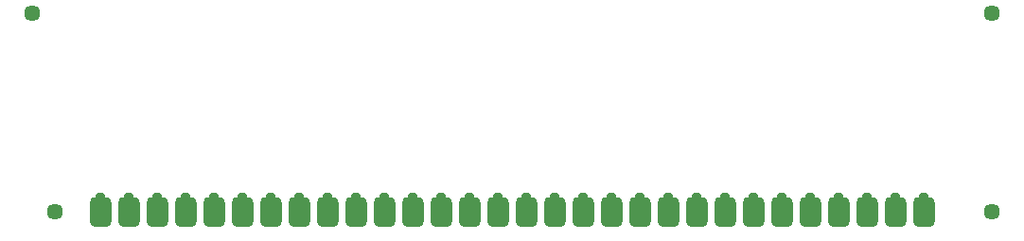
<source format=gbs>
G04 #@! TF.GenerationSoftware,KiCad,Pcbnew,(5.1.10-1-10_14)*
G04 #@! TF.CreationDate,2021-07-02T01:32:44-04:00*
G04 #@! TF.ProjectId,GW4192-SOP,47573431-3932-42d5-934f-502e6b696361,1.0-SOP*
G04 #@! TF.SameCoordinates,Original*
G04 #@! TF.FileFunction,Soldermask,Bot*
G04 #@! TF.FilePolarity,Negative*
%FSLAX46Y46*%
G04 Gerber Fmt 4.6, Leading zero omitted, Abs format (unit mm)*
G04 Created by KiCad (PCBNEW (5.1.10-1-10_14)) date 2021-07-02 01:32:44*
%MOMM*%
%LPD*%
G01*
G04 APERTURE LIST*
%ADD10C,1.448000*%
%ADD11C,0.952400*%
%ADD12C,0.100000*%
G04 APERTURE END LIST*
D10*
X163576000Y-100076000D03*
X79756000Y-100076000D03*
X163576000Y-82296000D03*
G36*
G01*
X82854800Y-100939600D02*
X82854800Y-99212400D01*
G75*
G02*
X83337400Y-98729800I482600J0D01*
G01*
X84302600Y-98729800D01*
G75*
G02*
X84785200Y-99212400I0J-482600D01*
G01*
X84785200Y-100939600D01*
G75*
G02*
X84302600Y-101422200I-482600J0D01*
G01*
X83337400Y-101422200D01*
G75*
G02*
X82854800Y-100939600I0J482600D01*
G01*
G37*
G36*
G01*
X85394800Y-100939600D02*
X85394800Y-99212400D01*
G75*
G02*
X85877400Y-98729800I482600J0D01*
G01*
X86842600Y-98729800D01*
G75*
G02*
X87325200Y-99212400I0J-482600D01*
G01*
X87325200Y-100939600D01*
G75*
G02*
X86842600Y-101422200I-482600J0D01*
G01*
X85877400Y-101422200D01*
G75*
G02*
X85394800Y-100939600I0J482600D01*
G01*
G37*
G36*
G01*
X87934800Y-100939600D02*
X87934800Y-99212400D01*
G75*
G02*
X88417400Y-98729800I482600J0D01*
G01*
X89382600Y-98729800D01*
G75*
G02*
X89865200Y-99212400I0J-482600D01*
G01*
X89865200Y-100939600D01*
G75*
G02*
X89382600Y-101422200I-482600J0D01*
G01*
X88417400Y-101422200D01*
G75*
G02*
X87934800Y-100939600I0J482600D01*
G01*
G37*
G36*
G01*
X90474800Y-100939600D02*
X90474800Y-99212400D01*
G75*
G02*
X90957400Y-98729800I482600J0D01*
G01*
X91922600Y-98729800D01*
G75*
G02*
X92405200Y-99212400I0J-482600D01*
G01*
X92405200Y-100939600D01*
G75*
G02*
X91922600Y-101422200I-482600J0D01*
G01*
X90957400Y-101422200D01*
G75*
G02*
X90474800Y-100939600I0J482600D01*
G01*
G37*
G36*
G01*
X93014800Y-100939600D02*
X93014800Y-99212400D01*
G75*
G02*
X93497400Y-98729800I482600J0D01*
G01*
X94462600Y-98729800D01*
G75*
G02*
X94945200Y-99212400I0J-482600D01*
G01*
X94945200Y-100939600D01*
G75*
G02*
X94462600Y-101422200I-482600J0D01*
G01*
X93497400Y-101422200D01*
G75*
G02*
X93014800Y-100939600I0J482600D01*
G01*
G37*
G36*
G01*
X95554800Y-100939600D02*
X95554800Y-99212400D01*
G75*
G02*
X96037400Y-98729800I482600J0D01*
G01*
X97002600Y-98729800D01*
G75*
G02*
X97485200Y-99212400I0J-482600D01*
G01*
X97485200Y-100939600D01*
G75*
G02*
X97002600Y-101422200I-482600J0D01*
G01*
X96037400Y-101422200D01*
G75*
G02*
X95554800Y-100939600I0J482600D01*
G01*
G37*
G36*
G01*
X98094800Y-100939600D02*
X98094800Y-99212400D01*
G75*
G02*
X98577400Y-98729800I482600J0D01*
G01*
X99542600Y-98729800D01*
G75*
G02*
X100025200Y-99212400I0J-482600D01*
G01*
X100025200Y-100939600D01*
G75*
G02*
X99542600Y-101422200I-482600J0D01*
G01*
X98577400Y-101422200D01*
G75*
G02*
X98094800Y-100939600I0J482600D01*
G01*
G37*
G36*
G01*
X100634800Y-100939600D02*
X100634800Y-99212400D01*
G75*
G02*
X101117400Y-98729800I482600J0D01*
G01*
X102082600Y-98729800D01*
G75*
G02*
X102565200Y-99212400I0J-482600D01*
G01*
X102565200Y-100939600D01*
G75*
G02*
X102082600Y-101422200I-482600J0D01*
G01*
X101117400Y-101422200D01*
G75*
G02*
X100634800Y-100939600I0J482600D01*
G01*
G37*
G36*
G01*
X103174800Y-100939600D02*
X103174800Y-99212400D01*
G75*
G02*
X103657400Y-98729800I482600J0D01*
G01*
X104622600Y-98729800D01*
G75*
G02*
X105105200Y-99212400I0J-482600D01*
G01*
X105105200Y-100939600D01*
G75*
G02*
X104622600Y-101422200I-482600J0D01*
G01*
X103657400Y-101422200D01*
G75*
G02*
X103174800Y-100939600I0J482600D01*
G01*
G37*
G36*
G01*
X105714800Y-100939600D02*
X105714800Y-99212400D01*
G75*
G02*
X106197400Y-98729800I482600J0D01*
G01*
X107162600Y-98729800D01*
G75*
G02*
X107645200Y-99212400I0J-482600D01*
G01*
X107645200Y-100939600D01*
G75*
G02*
X107162600Y-101422200I-482600J0D01*
G01*
X106197400Y-101422200D01*
G75*
G02*
X105714800Y-100939600I0J482600D01*
G01*
G37*
G36*
G01*
X108254800Y-100939600D02*
X108254800Y-99212400D01*
G75*
G02*
X108737400Y-98729800I482600J0D01*
G01*
X109702600Y-98729800D01*
G75*
G02*
X110185200Y-99212400I0J-482600D01*
G01*
X110185200Y-100939600D01*
G75*
G02*
X109702600Y-101422200I-482600J0D01*
G01*
X108737400Y-101422200D01*
G75*
G02*
X108254800Y-100939600I0J482600D01*
G01*
G37*
G36*
G01*
X110794800Y-100939600D02*
X110794800Y-99212400D01*
G75*
G02*
X111277400Y-98729800I482600J0D01*
G01*
X112242600Y-98729800D01*
G75*
G02*
X112725200Y-99212400I0J-482600D01*
G01*
X112725200Y-100939600D01*
G75*
G02*
X112242600Y-101422200I-482600J0D01*
G01*
X111277400Y-101422200D01*
G75*
G02*
X110794800Y-100939600I0J482600D01*
G01*
G37*
G36*
G01*
X113334800Y-100939600D02*
X113334800Y-99212400D01*
G75*
G02*
X113817400Y-98729800I482600J0D01*
G01*
X114782600Y-98729800D01*
G75*
G02*
X115265200Y-99212400I0J-482600D01*
G01*
X115265200Y-100939600D01*
G75*
G02*
X114782600Y-101422200I-482600J0D01*
G01*
X113817400Y-101422200D01*
G75*
G02*
X113334800Y-100939600I0J482600D01*
G01*
G37*
G36*
G01*
X115874800Y-100939600D02*
X115874800Y-99212400D01*
G75*
G02*
X116357400Y-98729800I482600J0D01*
G01*
X117322600Y-98729800D01*
G75*
G02*
X117805200Y-99212400I0J-482600D01*
G01*
X117805200Y-100939600D01*
G75*
G02*
X117322600Y-101422200I-482600J0D01*
G01*
X116357400Y-101422200D01*
G75*
G02*
X115874800Y-100939600I0J482600D01*
G01*
G37*
G36*
G01*
X118414800Y-100939600D02*
X118414800Y-99212400D01*
G75*
G02*
X118897400Y-98729800I482600J0D01*
G01*
X119862600Y-98729800D01*
G75*
G02*
X120345200Y-99212400I0J-482600D01*
G01*
X120345200Y-100939600D01*
G75*
G02*
X119862600Y-101422200I-482600J0D01*
G01*
X118897400Y-101422200D01*
G75*
G02*
X118414800Y-100939600I0J482600D01*
G01*
G37*
G36*
G01*
X120954800Y-100939600D02*
X120954800Y-99212400D01*
G75*
G02*
X121437400Y-98729800I482600J0D01*
G01*
X122402600Y-98729800D01*
G75*
G02*
X122885200Y-99212400I0J-482600D01*
G01*
X122885200Y-100939600D01*
G75*
G02*
X122402600Y-101422200I-482600J0D01*
G01*
X121437400Y-101422200D01*
G75*
G02*
X120954800Y-100939600I0J482600D01*
G01*
G37*
G36*
G01*
X123494800Y-100939600D02*
X123494800Y-99212400D01*
G75*
G02*
X123977400Y-98729800I482600J0D01*
G01*
X124942600Y-98729800D01*
G75*
G02*
X125425200Y-99212400I0J-482600D01*
G01*
X125425200Y-100939600D01*
G75*
G02*
X124942600Y-101422200I-482600J0D01*
G01*
X123977400Y-101422200D01*
G75*
G02*
X123494800Y-100939600I0J482600D01*
G01*
G37*
G36*
G01*
X126034800Y-100939600D02*
X126034800Y-99212400D01*
G75*
G02*
X126517400Y-98729800I482600J0D01*
G01*
X127482600Y-98729800D01*
G75*
G02*
X127965200Y-99212400I0J-482600D01*
G01*
X127965200Y-100939600D01*
G75*
G02*
X127482600Y-101422200I-482600J0D01*
G01*
X126517400Y-101422200D01*
G75*
G02*
X126034800Y-100939600I0J482600D01*
G01*
G37*
G36*
G01*
X128574800Y-100939600D02*
X128574800Y-99212400D01*
G75*
G02*
X129057400Y-98729800I482600J0D01*
G01*
X130022600Y-98729800D01*
G75*
G02*
X130505200Y-99212400I0J-482600D01*
G01*
X130505200Y-100939600D01*
G75*
G02*
X130022600Y-101422200I-482600J0D01*
G01*
X129057400Y-101422200D01*
G75*
G02*
X128574800Y-100939600I0J482600D01*
G01*
G37*
G36*
G01*
X131114800Y-100939600D02*
X131114800Y-99212400D01*
G75*
G02*
X131597400Y-98729800I482600J0D01*
G01*
X132562600Y-98729800D01*
G75*
G02*
X133045200Y-99212400I0J-482600D01*
G01*
X133045200Y-100939600D01*
G75*
G02*
X132562600Y-101422200I-482600J0D01*
G01*
X131597400Y-101422200D01*
G75*
G02*
X131114800Y-100939600I0J482600D01*
G01*
G37*
G36*
G01*
X133654800Y-100939600D02*
X133654800Y-99212400D01*
G75*
G02*
X134137400Y-98729800I482600J0D01*
G01*
X135102600Y-98729800D01*
G75*
G02*
X135585200Y-99212400I0J-482600D01*
G01*
X135585200Y-100939600D01*
G75*
G02*
X135102600Y-101422200I-482600J0D01*
G01*
X134137400Y-101422200D01*
G75*
G02*
X133654800Y-100939600I0J482600D01*
G01*
G37*
G36*
G01*
X136194800Y-100939600D02*
X136194800Y-99212400D01*
G75*
G02*
X136677400Y-98729800I482600J0D01*
G01*
X137642600Y-98729800D01*
G75*
G02*
X138125200Y-99212400I0J-482600D01*
G01*
X138125200Y-100939600D01*
G75*
G02*
X137642600Y-101422200I-482600J0D01*
G01*
X136677400Y-101422200D01*
G75*
G02*
X136194800Y-100939600I0J482600D01*
G01*
G37*
G36*
G01*
X138734800Y-100939600D02*
X138734800Y-99212400D01*
G75*
G02*
X139217400Y-98729800I482600J0D01*
G01*
X140182600Y-98729800D01*
G75*
G02*
X140665200Y-99212400I0J-482600D01*
G01*
X140665200Y-100939600D01*
G75*
G02*
X140182600Y-101422200I-482600J0D01*
G01*
X139217400Y-101422200D01*
G75*
G02*
X138734800Y-100939600I0J482600D01*
G01*
G37*
G36*
G01*
X141274800Y-100939600D02*
X141274800Y-99212400D01*
G75*
G02*
X141757400Y-98729800I482600J0D01*
G01*
X142722600Y-98729800D01*
G75*
G02*
X143205200Y-99212400I0J-482600D01*
G01*
X143205200Y-100939600D01*
G75*
G02*
X142722600Y-101422200I-482600J0D01*
G01*
X141757400Y-101422200D01*
G75*
G02*
X141274800Y-100939600I0J482600D01*
G01*
G37*
G36*
G01*
X143814800Y-100939600D02*
X143814800Y-99212400D01*
G75*
G02*
X144297400Y-98729800I482600J0D01*
G01*
X145262600Y-98729800D01*
G75*
G02*
X145745200Y-99212400I0J-482600D01*
G01*
X145745200Y-100939600D01*
G75*
G02*
X145262600Y-101422200I-482600J0D01*
G01*
X144297400Y-101422200D01*
G75*
G02*
X143814800Y-100939600I0J482600D01*
G01*
G37*
G36*
G01*
X146354800Y-100939600D02*
X146354800Y-99212400D01*
G75*
G02*
X146837400Y-98729800I482600J0D01*
G01*
X147802600Y-98729800D01*
G75*
G02*
X148285200Y-99212400I0J-482600D01*
G01*
X148285200Y-100939600D01*
G75*
G02*
X147802600Y-101422200I-482600J0D01*
G01*
X146837400Y-101422200D01*
G75*
G02*
X146354800Y-100939600I0J482600D01*
G01*
G37*
G36*
G01*
X148894800Y-100939600D02*
X148894800Y-99212400D01*
G75*
G02*
X149377400Y-98729800I482600J0D01*
G01*
X150342600Y-98729800D01*
G75*
G02*
X150825200Y-99212400I0J-482600D01*
G01*
X150825200Y-100939600D01*
G75*
G02*
X150342600Y-101422200I-482600J0D01*
G01*
X149377400Y-101422200D01*
G75*
G02*
X148894800Y-100939600I0J482600D01*
G01*
G37*
G36*
G01*
X151434800Y-100939600D02*
X151434800Y-99212400D01*
G75*
G02*
X151917400Y-98729800I482600J0D01*
G01*
X152882600Y-98729800D01*
G75*
G02*
X153365200Y-99212400I0J-482600D01*
G01*
X153365200Y-100939600D01*
G75*
G02*
X152882600Y-101422200I-482600J0D01*
G01*
X151917400Y-101422200D01*
G75*
G02*
X151434800Y-100939600I0J482600D01*
G01*
G37*
G36*
G01*
X153974800Y-100939600D02*
X153974800Y-99212400D01*
G75*
G02*
X154457400Y-98729800I482600J0D01*
G01*
X155422600Y-98729800D01*
G75*
G02*
X155905200Y-99212400I0J-482600D01*
G01*
X155905200Y-100939600D01*
G75*
G02*
X155422600Y-101422200I-482600J0D01*
G01*
X154457400Y-101422200D01*
G75*
G02*
X153974800Y-100939600I0J482600D01*
G01*
G37*
G36*
G01*
X156514800Y-100939600D02*
X156514800Y-99212400D01*
G75*
G02*
X156997400Y-98729800I482600J0D01*
G01*
X157962600Y-98729800D01*
G75*
G02*
X158445200Y-99212400I0J-482600D01*
G01*
X158445200Y-100939600D01*
G75*
G02*
X157962600Y-101422200I-482600J0D01*
G01*
X156997400Y-101422200D01*
G75*
G02*
X156514800Y-100939600I0J482600D01*
G01*
G37*
D11*
X88900000Y-98806000D03*
X86360000Y-98806000D03*
X83820000Y-98806000D03*
X93980000Y-98806000D03*
X91440000Y-98806000D03*
X96520000Y-98806000D03*
X99060000Y-98806000D03*
X104140000Y-98806000D03*
X101600000Y-98806000D03*
X109220000Y-98806000D03*
X106680000Y-98806000D03*
X111760000Y-98806000D03*
X116840000Y-98806000D03*
X114300000Y-98806000D03*
X119380000Y-98806000D03*
X124460000Y-98806000D03*
X121920000Y-98806000D03*
X127000000Y-98806000D03*
X149860000Y-98806000D03*
X147320000Y-98806000D03*
X152400000Y-98806000D03*
X134620000Y-98806000D03*
X132080000Y-98806000D03*
X137160000Y-98806000D03*
X142240000Y-98806000D03*
X139700000Y-98806000D03*
X144780000Y-98806000D03*
X129540000Y-98806000D03*
X154940000Y-98806000D03*
X157480000Y-98806000D03*
D10*
X77724000Y-82296000D03*
D12*
G36*
X101142407Y-98684071D02*
G01*
X101142782Y-98685678D01*
X101133928Y-98730190D01*
X101131966Y-98731800D01*
X101117494Y-98731800D01*
X101023644Y-98741043D01*
X100933486Y-98768393D01*
X100850398Y-98812804D01*
X100777571Y-98872571D01*
X100717804Y-98945398D01*
X100673393Y-99028486D01*
X100646043Y-99118644D01*
X100636790Y-99212596D01*
X100635625Y-99214222D01*
X100633635Y-99214026D01*
X100632800Y-99212400D01*
X100632800Y-99183767D01*
X100632810Y-99183571D01*
X100641774Y-99092560D01*
X100641850Y-99092175D01*
X100667489Y-99007651D01*
X100667639Y-99007289D01*
X100709274Y-98929397D01*
X100709492Y-98929071D01*
X100765521Y-98860798D01*
X100765798Y-98860521D01*
X100834071Y-98804492D01*
X100834397Y-98804274D01*
X100912289Y-98762639D01*
X100912651Y-98762489D01*
X100997174Y-98736850D01*
X100997559Y-98736774D01*
X101085979Y-98728065D01*
X101097907Y-98725693D01*
X101109042Y-98721080D01*
X101119065Y-98714383D01*
X101127587Y-98705861D01*
X101134284Y-98695838D01*
X101138972Y-98684523D01*
X101140559Y-98683305D01*
X101142407Y-98684071D01*
G37*
G36*
X88442407Y-98684071D02*
G01*
X88442782Y-98685678D01*
X88433928Y-98730190D01*
X88431966Y-98731800D01*
X88417494Y-98731800D01*
X88323644Y-98741043D01*
X88233486Y-98768393D01*
X88150398Y-98812804D01*
X88077571Y-98872571D01*
X88017804Y-98945398D01*
X87973393Y-99028486D01*
X87946043Y-99118644D01*
X87936790Y-99212596D01*
X87935625Y-99214222D01*
X87933635Y-99214026D01*
X87932800Y-99212400D01*
X87932800Y-99183767D01*
X87932810Y-99183571D01*
X87941774Y-99092560D01*
X87941850Y-99092175D01*
X87967489Y-99007651D01*
X87967639Y-99007289D01*
X88009274Y-98929397D01*
X88009492Y-98929071D01*
X88065521Y-98860798D01*
X88065798Y-98860521D01*
X88134071Y-98804492D01*
X88134397Y-98804274D01*
X88212289Y-98762639D01*
X88212651Y-98762489D01*
X88297174Y-98736850D01*
X88297559Y-98736774D01*
X88385979Y-98728065D01*
X88397907Y-98725693D01*
X88409042Y-98721080D01*
X88419065Y-98714383D01*
X88427587Y-98705861D01*
X88434284Y-98695838D01*
X88438972Y-98684523D01*
X88440559Y-98683305D01*
X88442407Y-98684071D01*
G37*
G36*
X121462407Y-98684071D02*
G01*
X121462782Y-98685678D01*
X121453928Y-98730190D01*
X121451966Y-98731800D01*
X121437494Y-98731800D01*
X121343644Y-98741043D01*
X121253486Y-98768393D01*
X121170398Y-98812804D01*
X121097571Y-98872571D01*
X121037804Y-98945398D01*
X120993393Y-99028486D01*
X120966043Y-99118644D01*
X120956790Y-99212596D01*
X120955625Y-99214222D01*
X120953635Y-99214026D01*
X120952800Y-99212400D01*
X120952800Y-99183767D01*
X120952810Y-99183571D01*
X120961774Y-99092560D01*
X120961850Y-99092175D01*
X120987489Y-99007651D01*
X120987639Y-99007289D01*
X121029274Y-98929397D01*
X121029492Y-98929071D01*
X121085521Y-98860798D01*
X121085798Y-98860521D01*
X121154071Y-98804492D01*
X121154397Y-98804274D01*
X121232289Y-98762639D01*
X121232651Y-98762489D01*
X121317174Y-98736850D01*
X121317559Y-98736774D01*
X121405979Y-98728065D01*
X121417907Y-98725693D01*
X121429042Y-98721080D01*
X121439065Y-98714383D01*
X121447587Y-98705861D01*
X121454284Y-98695838D01*
X121458972Y-98684523D01*
X121460559Y-98683305D01*
X121462407Y-98684071D01*
G37*
G36*
X151942407Y-98684071D02*
G01*
X151942782Y-98685678D01*
X151933928Y-98730190D01*
X151931966Y-98731800D01*
X151917494Y-98731800D01*
X151823644Y-98741043D01*
X151733486Y-98768393D01*
X151650398Y-98812804D01*
X151577571Y-98872571D01*
X151517804Y-98945398D01*
X151473393Y-99028486D01*
X151446043Y-99118644D01*
X151436790Y-99212596D01*
X151435625Y-99214222D01*
X151433635Y-99214026D01*
X151432800Y-99212400D01*
X151432800Y-99183767D01*
X151432810Y-99183571D01*
X151441774Y-99092560D01*
X151441850Y-99092175D01*
X151467489Y-99007651D01*
X151467639Y-99007289D01*
X151509274Y-98929397D01*
X151509492Y-98929071D01*
X151565521Y-98860798D01*
X151565798Y-98860521D01*
X151634071Y-98804492D01*
X151634397Y-98804274D01*
X151712289Y-98762639D01*
X151712651Y-98762489D01*
X151797174Y-98736850D01*
X151797559Y-98736774D01*
X151885979Y-98728065D01*
X151897907Y-98725693D01*
X151909042Y-98721080D01*
X151919065Y-98714383D01*
X151927587Y-98705861D01*
X151934284Y-98695838D01*
X151938972Y-98684523D01*
X151940559Y-98683305D01*
X151942407Y-98684071D01*
G37*
G36*
X124002407Y-98684071D02*
G01*
X124002782Y-98685678D01*
X123993928Y-98730190D01*
X123991966Y-98731800D01*
X123977494Y-98731800D01*
X123883644Y-98741043D01*
X123793486Y-98768393D01*
X123710398Y-98812804D01*
X123637571Y-98872571D01*
X123577804Y-98945398D01*
X123533393Y-99028486D01*
X123506043Y-99118644D01*
X123496790Y-99212596D01*
X123495625Y-99214222D01*
X123493635Y-99214026D01*
X123492800Y-99212400D01*
X123492800Y-99183767D01*
X123492810Y-99183571D01*
X123501774Y-99092560D01*
X123501850Y-99092175D01*
X123527489Y-99007651D01*
X123527639Y-99007289D01*
X123569274Y-98929397D01*
X123569492Y-98929071D01*
X123625521Y-98860798D01*
X123625798Y-98860521D01*
X123694071Y-98804492D01*
X123694397Y-98804274D01*
X123772289Y-98762639D01*
X123772651Y-98762489D01*
X123857174Y-98736850D01*
X123857559Y-98736774D01*
X123945979Y-98728065D01*
X123957907Y-98725693D01*
X123969042Y-98721080D01*
X123979065Y-98714383D01*
X123987587Y-98705861D01*
X123994284Y-98695838D01*
X123998972Y-98684523D01*
X124000559Y-98683305D01*
X124002407Y-98684071D01*
G37*
G36*
X90982407Y-98684071D02*
G01*
X90982782Y-98685678D01*
X90973928Y-98730190D01*
X90971966Y-98731800D01*
X90957494Y-98731800D01*
X90863644Y-98741043D01*
X90773486Y-98768393D01*
X90690398Y-98812804D01*
X90617571Y-98872571D01*
X90557804Y-98945398D01*
X90513393Y-99028486D01*
X90486043Y-99118644D01*
X90476790Y-99212596D01*
X90475625Y-99214222D01*
X90473635Y-99214026D01*
X90472800Y-99212400D01*
X90472800Y-99183767D01*
X90472810Y-99183571D01*
X90481774Y-99092560D01*
X90481850Y-99092175D01*
X90507489Y-99007651D01*
X90507639Y-99007289D01*
X90549274Y-98929397D01*
X90549492Y-98929071D01*
X90605521Y-98860798D01*
X90605798Y-98860521D01*
X90674071Y-98804492D01*
X90674397Y-98804274D01*
X90752289Y-98762639D01*
X90752651Y-98762489D01*
X90837174Y-98736850D01*
X90837559Y-98736774D01*
X90925979Y-98728065D01*
X90937907Y-98725693D01*
X90949042Y-98721080D01*
X90959065Y-98714383D01*
X90967587Y-98705861D01*
X90974284Y-98695838D01*
X90978972Y-98684523D01*
X90980559Y-98683305D01*
X90982407Y-98684071D01*
G37*
G36*
X118922407Y-98684071D02*
G01*
X118922782Y-98685678D01*
X118913928Y-98730190D01*
X118911966Y-98731800D01*
X118897494Y-98731800D01*
X118803644Y-98741043D01*
X118713486Y-98768393D01*
X118630398Y-98812804D01*
X118557571Y-98872571D01*
X118497804Y-98945398D01*
X118453393Y-99028486D01*
X118426043Y-99118644D01*
X118416790Y-99212596D01*
X118415625Y-99214222D01*
X118413635Y-99214026D01*
X118412800Y-99212400D01*
X118412800Y-99183767D01*
X118412810Y-99183571D01*
X118421774Y-99092560D01*
X118421850Y-99092175D01*
X118447489Y-99007651D01*
X118447639Y-99007289D01*
X118489274Y-98929397D01*
X118489492Y-98929071D01*
X118545521Y-98860798D01*
X118545798Y-98860521D01*
X118614071Y-98804492D01*
X118614397Y-98804274D01*
X118692289Y-98762639D01*
X118692651Y-98762489D01*
X118777174Y-98736850D01*
X118777559Y-98736774D01*
X118865979Y-98728065D01*
X118877907Y-98725693D01*
X118889042Y-98721080D01*
X118899065Y-98714383D01*
X118907587Y-98705861D01*
X118914284Y-98695838D01*
X118918972Y-98684523D01*
X118920559Y-98683305D01*
X118922407Y-98684071D01*
G37*
G36*
X149402407Y-98684071D02*
G01*
X149402782Y-98685678D01*
X149393928Y-98730190D01*
X149391966Y-98731800D01*
X149377494Y-98731800D01*
X149283644Y-98741043D01*
X149193486Y-98768393D01*
X149110398Y-98812804D01*
X149037571Y-98872571D01*
X148977804Y-98945398D01*
X148933393Y-99028486D01*
X148906043Y-99118644D01*
X148896790Y-99212596D01*
X148895625Y-99214222D01*
X148893635Y-99214026D01*
X148892800Y-99212400D01*
X148892800Y-99183767D01*
X148892810Y-99183571D01*
X148901774Y-99092560D01*
X148901850Y-99092175D01*
X148927489Y-99007651D01*
X148927639Y-99007289D01*
X148969274Y-98929397D01*
X148969492Y-98929071D01*
X149025521Y-98860798D01*
X149025798Y-98860521D01*
X149094071Y-98804492D01*
X149094397Y-98804274D01*
X149172289Y-98762639D01*
X149172651Y-98762489D01*
X149257174Y-98736850D01*
X149257559Y-98736774D01*
X149345979Y-98728065D01*
X149357907Y-98725693D01*
X149369042Y-98721080D01*
X149379065Y-98714383D01*
X149387587Y-98705861D01*
X149394284Y-98695838D01*
X149398972Y-98684523D01*
X149400559Y-98683305D01*
X149402407Y-98684071D01*
G37*
G36*
X83362407Y-98684071D02*
G01*
X83362782Y-98685678D01*
X83353928Y-98730190D01*
X83351966Y-98731800D01*
X83337494Y-98731800D01*
X83243644Y-98741043D01*
X83153486Y-98768393D01*
X83070398Y-98812804D01*
X82997571Y-98872571D01*
X82937804Y-98945398D01*
X82893393Y-99028486D01*
X82866043Y-99118644D01*
X82856790Y-99212596D01*
X82855625Y-99214222D01*
X82853635Y-99214026D01*
X82852800Y-99212400D01*
X82852800Y-99183767D01*
X82852810Y-99183571D01*
X82861774Y-99092560D01*
X82861850Y-99092175D01*
X82887489Y-99007651D01*
X82887639Y-99007289D01*
X82929274Y-98929397D01*
X82929492Y-98929071D01*
X82985521Y-98860798D01*
X82985798Y-98860521D01*
X83054071Y-98804492D01*
X83054397Y-98804274D01*
X83132289Y-98762639D01*
X83132651Y-98762489D01*
X83217174Y-98736850D01*
X83217559Y-98736774D01*
X83305979Y-98728065D01*
X83317907Y-98725693D01*
X83329042Y-98721080D01*
X83339065Y-98714383D01*
X83347587Y-98705861D01*
X83354284Y-98695838D01*
X83358972Y-98684523D01*
X83360559Y-98683305D01*
X83362407Y-98684071D01*
G37*
G36*
X126542407Y-98684071D02*
G01*
X126542782Y-98685678D01*
X126533928Y-98730190D01*
X126531966Y-98731800D01*
X126517494Y-98731800D01*
X126423644Y-98741043D01*
X126333486Y-98768393D01*
X126250398Y-98812804D01*
X126177571Y-98872571D01*
X126117804Y-98945398D01*
X126073393Y-99028486D01*
X126046043Y-99118644D01*
X126036790Y-99212596D01*
X126035625Y-99214222D01*
X126033635Y-99214026D01*
X126032800Y-99212400D01*
X126032800Y-99183767D01*
X126032810Y-99183571D01*
X126041774Y-99092560D01*
X126041850Y-99092175D01*
X126067489Y-99007651D01*
X126067639Y-99007289D01*
X126109274Y-98929397D01*
X126109492Y-98929071D01*
X126165521Y-98860798D01*
X126165798Y-98860521D01*
X126234071Y-98804492D01*
X126234397Y-98804274D01*
X126312289Y-98762639D01*
X126312651Y-98762489D01*
X126397174Y-98736850D01*
X126397559Y-98736774D01*
X126485979Y-98728065D01*
X126497907Y-98725693D01*
X126509042Y-98721080D01*
X126519065Y-98714383D01*
X126527587Y-98705861D01*
X126534284Y-98695838D01*
X126538972Y-98684523D01*
X126540559Y-98683305D01*
X126542407Y-98684071D01*
G37*
G36*
X93522407Y-98684071D02*
G01*
X93522782Y-98685678D01*
X93513928Y-98730190D01*
X93511966Y-98731800D01*
X93497494Y-98731800D01*
X93403644Y-98741043D01*
X93313486Y-98768393D01*
X93230398Y-98812804D01*
X93157571Y-98872571D01*
X93097804Y-98945398D01*
X93053393Y-99028486D01*
X93026043Y-99118644D01*
X93016790Y-99212596D01*
X93015625Y-99214222D01*
X93013635Y-99214026D01*
X93012800Y-99212400D01*
X93012800Y-99183767D01*
X93012810Y-99183571D01*
X93021774Y-99092560D01*
X93021850Y-99092175D01*
X93047489Y-99007651D01*
X93047639Y-99007289D01*
X93089274Y-98929397D01*
X93089492Y-98929071D01*
X93145521Y-98860798D01*
X93145798Y-98860521D01*
X93214071Y-98804492D01*
X93214397Y-98804274D01*
X93292289Y-98762639D01*
X93292651Y-98762489D01*
X93377174Y-98736850D01*
X93377559Y-98736774D01*
X93465979Y-98728065D01*
X93477907Y-98725693D01*
X93489042Y-98721080D01*
X93499065Y-98714383D01*
X93507587Y-98705861D01*
X93514284Y-98695838D01*
X93518972Y-98684523D01*
X93520559Y-98683305D01*
X93522407Y-98684071D01*
G37*
G36*
X116382407Y-98684071D02*
G01*
X116382782Y-98685678D01*
X116373928Y-98730190D01*
X116371966Y-98731800D01*
X116357494Y-98731800D01*
X116263644Y-98741043D01*
X116173486Y-98768393D01*
X116090398Y-98812804D01*
X116017571Y-98872571D01*
X115957804Y-98945398D01*
X115913393Y-99028486D01*
X115886043Y-99118644D01*
X115876790Y-99212596D01*
X115875625Y-99214222D01*
X115873635Y-99214026D01*
X115872800Y-99212400D01*
X115872800Y-99183767D01*
X115872810Y-99183571D01*
X115881774Y-99092560D01*
X115881850Y-99092175D01*
X115907489Y-99007651D01*
X115907639Y-99007289D01*
X115949274Y-98929397D01*
X115949492Y-98929071D01*
X116005521Y-98860798D01*
X116005798Y-98860521D01*
X116074071Y-98804492D01*
X116074397Y-98804274D01*
X116152289Y-98762639D01*
X116152651Y-98762489D01*
X116237174Y-98736850D01*
X116237559Y-98736774D01*
X116325979Y-98728065D01*
X116337907Y-98725693D01*
X116349042Y-98721080D01*
X116359065Y-98714383D01*
X116367587Y-98705861D01*
X116374284Y-98695838D01*
X116378972Y-98684523D01*
X116380559Y-98683305D01*
X116382407Y-98684071D01*
G37*
G36*
X154482407Y-98684071D02*
G01*
X154482782Y-98685678D01*
X154473928Y-98730190D01*
X154471966Y-98731800D01*
X154457494Y-98731800D01*
X154363644Y-98741043D01*
X154273486Y-98768393D01*
X154190398Y-98812804D01*
X154117571Y-98872571D01*
X154057804Y-98945398D01*
X154013393Y-99028486D01*
X153986043Y-99118644D01*
X153976790Y-99212596D01*
X153975625Y-99214222D01*
X153973635Y-99214026D01*
X153972800Y-99212400D01*
X153972800Y-99183767D01*
X153972810Y-99183571D01*
X153981774Y-99092560D01*
X153981850Y-99092175D01*
X154007489Y-99007651D01*
X154007639Y-99007289D01*
X154049274Y-98929397D01*
X154049492Y-98929071D01*
X154105521Y-98860798D01*
X154105798Y-98860521D01*
X154174071Y-98804492D01*
X154174397Y-98804274D01*
X154252289Y-98762639D01*
X154252651Y-98762489D01*
X154337174Y-98736850D01*
X154337559Y-98736774D01*
X154425979Y-98728065D01*
X154437907Y-98725693D01*
X154449042Y-98721080D01*
X154459065Y-98714383D01*
X154467587Y-98705861D01*
X154474284Y-98695838D01*
X154478972Y-98684523D01*
X154480559Y-98683305D01*
X154482407Y-98684071D01*
G37*
G36*
X129082407Y-98684071D02*
G01*
X129082782Y-98685678D01*
X129073928Y-98730190D01*
X129071966Y-98731800D01*
X129057494Y-98731800D01*
X128963644Y-98741043D01*
X128873486Y-98768393D01*
X128790398Y-98812804D01*
X128717571Y-98872571D01*
X128657804Y-98945398D01*
X128613393Y-99028486D01*
X128586043Y-99118644D01*
X128576790Y-99212596D01*
X128575625Y-99214222D01*
X128573635Y-99214026D01*
X128572800Y-99212400D01*
X128572800Y-99183767D01*
X128572810Y-99183571D01*
X128581774Y-99092560D01*
X128581850Y-99092175D01*
X128607489Y-99007651D01*
X128607639Y-99007289D01*
X128649274Y-98929397D01*
X128649492Y-98929071D01*
X128705521Y-98860798D01*
X128705798Y-98860521D01*
X128774071Y-98804492D01*
X128774397Y-98804274D01*
X128852289Y-98762639D01*
X128852651Y-98762489D01*
X128937174Y-98736850D01*
X128937559Y-98736774D01*
X129025979Y-98728065D01*
X129037907Y-98725693D01*
X129049042Y-98721080D01*
X129059065Y-98714383D01*
X129067587Y-98705861D01*
X129074284Y-98695838D01*
X129078972Y-98684523D01*
X129080559Y-98683305D01*
X129082407Y-98684071D01*
G37*
G36*
X146862407Y-98684071D02*
G01*
X146862782Y-98685678D01*
X146853928Y-98730190D01*
X146851966Y-98731800D01*
X146837494Y-98731800D01*
X146743644Y-98741043D01*
X146653486Y-98768393D01*
X146570398Y-98812804D01*
X146497571Y-98872571D01*
X146437804Y-98945398D01*
X146393393Y-99028486D01*
X146366043Y-99118644D01*
X146356790Y-99212596D01*
X146355625Y-99214222D01*
X146353635Y-99214026D01*
X146352800Y-99212400D01*
X146352800Y-99183767D01*
X146352810Y-99183571D01*
X146361774Y-99092560D01*
X146361850Y-99092175D01*
X146387489Y-99007651D01*
X146387639Y-99007289D01*
X146429274Y-98929397D01*
X146429492Y-98929071D01*
X146485521Y-98860798D01*
X146485798Y-98860521D01*
X146554071Y-98804492D01*
X146554397Y-98804274D01*
X146632289Y-98762639D01*
X146632651Y-98762489D01*
X146717174Y-98736850D01*
X146717559Y-98736774D01*
X146805979Y-98728065D01*
X146817907Y-98725693D01*
X146829042Y-98721080D01*
X146839065Y-98714383D01*
X146847587Y-98705861D01*
X146854284Y-98695838D01*
X146858972Y-98684523D01*
X146860559Y-98683305D01*
X146862407Y-98684071D01*
G37*
G36*
X113842407Y-98684071D02*
G01*
X113842782Y-98685678D01*
X113833928Y-98730190D01*
X113831966Y-98731800D01*
X113817494Y-98731800D01*
X113723644Y-98741043D01*
X113633486Y-98768393D01*
X113550398Y-98812804D01*
X113477571Y-98872571D01*
X113417804Y-98945398D01*
X113373393Y-99028486D01*
X113346043Y-99118644D01*
X113336790Y-99212596D01*
X113335625Y-99214222D01*
X113333635Y-99214026D01*
X113332800Y-99212400D01*
X113332800Y-99183767D01*
X113332810Y-99183571D01*
X113341774Y-99092560D01*
X113341850Y-99092175D01*
X113367489Y-99007651D01*
X113367639Y-99007289D01*
X113409274Y-98929397D01*
X113409492Y-98929071D01*
X113465521Y-98860798D01*
X113465798Y-98860521D01*
X113534071Y-98804492D01*
X113534397Y-98804274D01*
X113612289Y-98762639D01*
X113612651Y-98762489D01*
X113697174Y-98736850D01*
X113697559Y-98736774D01*
X113785979Y-98728065D01*
X113797907Y-98725693D01*
X113809042Y-98721080D01*
X113819065Y-98714383D01*
X113827587Y-98705861D01*
X113834284Y-98695838D01*
X113838972Y-98684523D01*
X113840559Y-98683305D01*
X113842407Y-98684071D01*
G37*
G36*
X96062407Y-98684071D02*
G01*
X96062782Y-98685678D01*
X96053928Y-98730190D01*
X96051966Y-98731800D01*
X96037494Y-98731800D01*
X95943644Y-98741043D01*
X95853486Y-98768393D01*
X95770398Y-98812804D01*
X95697571Y-98872571D01*
X95637804Y-98945398D01*
X95593393Y-99028486D01*
X95566043Y-99118644D01*
X95556790Y-99212596D01*
X95555625Y-99214222D01*
X95553635Y-99214026D01*
X95552800Y-99212400D01*
X95552800Y-99183767D01*
X95552810Y-99183571D01*
X95561774Y-99092560D01*
X95561850Y-99092175D01*
X95587489Y-99007651D01*
X95587639Y-99007289D01*
X95629274Y-98929397D01*
X95629492Y-98929071D01*
X95685521Y-98860798D01*
X95685798Y-98860521D01*
X95754071Y-98804492D01*
X95754397Y-98804274D01*
X95832289Y-98762639D01*
X95832651Y-98762489D01*
X95917174Y-98736850D01*
X95917559Y-98736774D01*
X96005979Y-98728065D01*
X96017907Y-98725693D01*
X96029042Y-98721080D01*
X96039065Y-98714383D01*
X96047587Y-98705861D01*
X96054284Y-98695838D01*
X96058972Y-98684523D01*
X96060559Y-98683305D01*
X96062407Y-98684071D01*
G37*
G36*
X157022407Y-98684071D02*
G01*
X157022782Y-98685678D01*
X157013928Y-98730190D01*
X157011966Y-98731800D01*
X156997494Y-98731800D01*
X156903644Y-98741043D01*
X156813486Y-98768393D01*
X156730398Y-98812804D01*
X156657571Y-98872571D01*
X156597804Y-98945398D01*
X156553393Y-99028486D01*
X156526043Y-99118644D01*
X156516790Y-99212596D01*
X156515625Y-99214222D01*
X156513635Y-99214026D01*
X156512800Y-99212400D01*
X156512800Y-99183767D01*
X156512810Y-99183571D01*
X156521774Y-99092560D01*
X156521850Y-99092175D01*
X156547489Y-99007651D01*
X156547639Y-99007289D01*
X156589274Y-98929397D01*
X156589492Y-98929071D01*
X156645521Y-98860798D01*
X156645798Y-98860521D01*
X156714071Y-98804492D01*
X156714397Y-98804274D01*
X156792289Y-98762639D01*
X156792651Y-98762489D01*
X156877174Y-98736850D01*
X156877559Y-98736774D01*
X156965979Y-98728065D01*
X156977907Y-98725693D01*
X156989042Y-98721080D01*
X156999065Y-98714383D01*
X157007587Y-98705861D01*
X157014284Y-98695838D01*
X157018972Y-98684523D01*
X157020559Y-98683305D01*
X157022407Y-98684071D01*
G37*
G36*
X144322407Y-98684071D02*
G01*
X144322782Y-98685678D01*
X144313928Y-98730190D01*
X144311966Y-98731800D01*
X144297494Y-98731800D01*
X144203644Y-98741043D01*
X144113486Y-98768393D01*
X144030398Y-98812804D01*
X143957571Y-98872571D01*
X143897804Y-98945398D01*
X143853393Y-99028486D01*
X143826043Y-99118644D01*
X143816790Y-99212596D01*
X143815625Y-99214222D01*
X143813635Y-99214026D01*
X143812800Y-99212400D01*
X143812800Y-99183767D01*
X143812810Y-99183571D01*
X143821774Y-99092560D01*
X143821850Y-99092175D01*
X143847489Y-99007651D01*
X143847639Y-99007289D01*
X143889274Y-98929397D01*
X143889492Y-98929071D01*
X143945521Y-98860798D01*
X143945798Y-98860521D01*
X144014071Y-98804492D01*
X144014397Y-98804274D01*
X144092289Y-98762639D01*
X144092651Y-98762489D01*
X144177174Y-98736850D01*
X144177559Y-98736774D01*
X144265979Y-98728065D01*
X144277907Y-98725693D01*
X144289042Y-98721080D01*
X144299065Y-98714383D01*
X144307587Y-98705861D01*
X144314284Y-98695838D01*
X144318972Y-98684523D01*
X144320559Y-98683305D01*
X144322407Y-98684071D01*
G37*
G36*
X131622407Y-98684071D02*
G01*
X131622782Y-98685678D01*
X131613928Y-98730190D01*
X131611966Y-98731800D01*
X131597494Y-98731800D01*
X131503644Y-98741043D01*
X131413486Y-98768393D01*
X131330398Y-98812804D01*
X131257571Y-98872571D01*
X131197804Y-98945398D01*
X131153393Y-99028486D01*
X131126043Y-99118644D01*
X131116790Y-99212596D01*
X131115625Y-99214222D01*
X131113635Y-99214026D01*
X131112800Y-99212400D01*
X131112800Y-99183767D01*
X131112810Y-99183571D01*
X131121774Y-99092560D01*
X131121850Y-99092175D01*
X131147489Y-99007651D01*
X131147639Y-99007289D01*
X131189274Y-98929397D01*
X131189492Y-98929071D01*
X131245521Y-98860798D01*
X131245798Y-98860521D01*
X131314071Y-98804492D01*
X131314397Y-98804274D01*
X131392289Y-98762639D01*
X131392651Y-98762489D01*
X131477174Y-98736850D01*
X131477559Y-98736774D01*
X131565979Y-98728065D01*
X131577907Y-98725693D01*
X131589042Y-98721080D01*
X131599065Y-98714383D01*
X131607587Y-98705861D01*
X131614284Y-98695838D01*
X131618972Y-98684523D01*
X131620559Y-98683305D01*
X131622407Y-98684071D01*
G37*
G36*
X98602407Y-98684071D02*
G01*
X98602782Y-98685678D01*
X98593928Y-98730190D01*
X98591966Y-98731800D01*
X98577494Y-98731800D01*
X98483644Y-98741043D01*
X98393486Y-98768393D01*
X98310398Y-98812804D01*
X98237571Y-98872571D01*
X98177804Y-98945398D01*
X98133393Y-99028486D01*
X98106043Y-99118644D01*
X98096790Y-99212596D01*
X98095625Y-99214222D01*
X98093635Y-99214026D01*
X98092800Y-99212400D01*
X98092800Y-99183767D01*
X98092810Y-99183571D01*
X98101774Y-99092560D01*
X98101850Y-99092175D01*
X98127489Y-99007651D01*
X98127639Y-99007289D01*
X98169274Y-98929397D01*
X98169492Y-98929071D01*
X98225521Y-98860798D01*
X98225798Y-98860521D01*
X98294071Y-98804492D01*
X98294397Y-98804274D01*
X98372289Y-98762639D01*
X98372651Y-98762489D01*
X98457174Y-98736850D01*
X98457559Y-98736774D01*
X98545979Y-98728065D01*
X98557907Y-98725693D01*
X98569042Y-98721080D01*
X98579065Y-98714383D01*
X98587587Y-98705861D01*
X98594284Y-98695838D01*
X98598972Y-98684523D01*
X98600559Y-98683305D01*
X98602407Y-98684071D01*
G37*
G36*
X111302407Y-98684071D02*
G01*
X111302782Y-98685678D01*
X111293928Y-98730190D01*
X111291966Y-98731800D01*
X111277494Y-98731800D01*
X111183644Y-98741043D01*
X111093486Y-98768393D01*
X111010398Y-98812804D01*
X110937571Y-98872571D01*
X110877804Y-98945398D01*
X110833393Y-99028486D01*
X110806043Y-99118644D01*
X110796790Y-99212596D01*
X110795625Y-99214222D01*
X110793635Y-99214026D01*
X110792800Y-99212400D01*
X110792800Y-99183767D01*
X110792810Y-99183571D01*
X110801774Y-99092560D01*
X110801850Y-99092175D01*
X110827489Y-99007651D01*
X110827639Y-99007289D01*
X110869274Y-98929397D01*
X110869492Y-98929071D01*
X110925521Y-98860798D01*
X110925798Y-98860521D01*
X110994071Y-98804492D01*
X110994397Y-98804274D01*
X111072289Y-98762639D01*
X111072651Y-98762489D01*
X111157174Y-98736850D01*
X111157559Y-98736774D01*
X111245979Y-98728065D01*
X111257907Y-98725693D01*
X111269042Y-98721080D01*
X111279065Y-98714383D01*
X111287587Y-98705861D01*
X111294284Y-98695838D01*
X111298972Y-98684523D01*
X111300559Y-98683305D01*
X111302407Y-98684071D01*
G37*
G36*
X85902407Y-98684071D02*
G01*
X85902782Y-98685678D01*
X85893928Y-98730190D01*
X85891966Y-98731800D01*
X85877494Y-98731800D01*
X85783644Y-98741043D01*
X85693486Y-98768393D01*
X85610398Y-98812804D01*
X85537571Y-98872571D01*
X85477804Y-98945398D01*
X85433393Y-99028486D01*
X85406043Y-99118644D01*
X85396790Y-99212596D01*
X85395625Y-99214222D01*
X85393635Y-99214026D01*
X85392800Y-99212400D01*
X85392800Y-99183767D01*
X85392810Y-99183571D01*
X85401774Y-99092560D01*
X85401850Y-99092175D01*
X85427489Y-99007651D01*
X85427639Y-99007289D01*
X85469274Y-98929397D01*
X85469492Y-98929071D01*
X85525521Y-98860798D01*
X85525798Y-98860521D01*
X85594071Y-98804492D01*
X85594397Y-98804274D01*
X85672289Y-98762639D01*
X85672651Y-98762489D01*
X85757174Y-98736850D01*
X85757559Y-98736774D01*
X85845979Y-98728065D01*
X85857907Y-98725693D01*
X85869042Y-98721080D01*
X85879065Y-98714383D01*
X85887587Y-98705861D01*
X85894284Y-98695838D01*
X85898972Y-98684523D01*
X85900559Y-98683305D01*
X85902407Y-98684071D01*
G37*
G36*
X141782407Y-98684071D02*
G01*
X141782782Y-98685678D01*
X141773928Y-98730190D01*
X141771966Y-98731800D01*
X141757494Y-98731800D01*
X141663644Y-98741043D01*
X141573486Y-98768393D01*
X141490398Y-98812804D01*
X141417571Y-98872571D01*
X141357804Y-98945398D01*
X141313393Y-99028486D01*
X141286043Y-99118644D01*
X141276790Y-99212596D01*
X141275625Y-99214222D01*
X141273635Y-99214026D01*
X141272800Y-99212400D01*
X141272800Y-99183767D01*
X141272810Y-99183571D01*
X141281774Y-99092560D01*
X141281850Y-99092175D01*
X141307489Y-99007651D01*
X141307639Y-99007289D01*
X141349274Y-98929397D01*
X141349492Y-98929071D01*
X141405521Y-98860798D01*
X141405798Y-98860521D01*
X141474071Y-98804492D01*
X141474397Y-98804274D01*
X141552289Y-98762639D01*
X141552651Y-98762489D01*
X141637174Y-98736850D01*
X141637559Y-98736774D01*
X141725979Y-98728065D01*
X141737907Y-98725693D01*
X141749042Y-98721080D01*
X141759065Y-98714383D01*
X141767587Y-98705861D01*
X141774284Y-98695838D01*
X141778972Y-98684523D01*
X141780559Y-98683305D01*
X141782407Y-98684071D01*
G37*
G36*
X134162407Y-98684071D02*
G01*
X134162782Y-98685678D01*
X134153928Y-98730190D01*
X134151966Y-98731800D01*
X134137494Y-98731800D01*
X134043644Y-98741043D01*
X133953486Y-98768393D01*
X133870398Y-98812804D01*
X133797571Y-98872571D01*
X133737804Y-98945398D01*
X133693393Y-99028486D01*
X133666043Y-99118644D01*
X133656790Y-99212596D01*
X133655625Y-99214222D01*
X133653635Y-99214026D01*
X133652800Y-99212400D01*
X133652800Y-99183767D01*
X133652810Y-99183571D01*
X133661774Y-99092560D01*
X133661850Y-99092175D01*
X133687489Y-99007651D01*
X133687639Y-99007289D01*
X133729274Y-98929397D01*
X133729492Y-98929071D01*
X133785521Y-98860798D01*
X133785798Y-98860521D01*
X133854071Y-98804492D01*
X133854397Y-98804274D01*
X133932289Y-98762639D01*
X133932651Y-98762489D01*
X134017174Y-98736850D01*
X134017559Y-98736774D01*
X134105979Y-98728065D01*
X134117907Y-98725693D01*
X134129042Y-98721080D01*
X134139065Y-98714383D01*
X134147587Y-98705861D01*
X134154284Y-98695838D01*
X134158972Y-98684523D01*
X134160559Y-98683305D01*
X134162407Y-98684071D01*
G37*
G36*
X139242407Y-98684071D02*
G01*
X139242782Y-98685678D01*
X139233928Y-98730190D01*
X139231966Y-98731800D01*
X139217494Y-98731800D01*
X139123644Y-98741043D01*
X139033486Y-98768393D01*
X138950398Y-98812804D01*
X138877571Y-98872571D01*
X138817804Y-98945398D01*
X138773393Y-99028486D01*
X138746043Y-99118644D01*
X138736790Y-99212596D01*
X138735625Y-99214222D01*
X138733635Y-99214026D01*
X138732800Y-99212400D01*
X138732800Y-99183767D01*
X138732810Y-99183571D01*
X138741774Y-99092560D01*
X138741850Y-99092175D01*
X138767489Y-99007651D01*
X138767639Y-99007289D01*
X138809274Y-98929397D01*
X138809492Y-98929071D01*
X138865521Y-98860798D01*
X138865798Y-98860521D01*
X138934071Y-98804492D01*
X138934397Y-98804274D01*
X139012289Y-98762639D01*
X139012651Y-98762489D01*
X139097174Y-98736850D01*
X139097559Y-98736774D01*
X139185979Y-98728065D01*
X139197907Y-98725693D01*
X139209042Y-98721080D01*
X139219065Y-98714383D01*
X139227587Y-98705861D01*
X139234284Y-98695838D01*
X139238972Y-98684523D01*
X139240559Y-98683305D01*
X139242407Y-98684071D01*
G37*
G36*
X108762407Y-98684071D02*
G01*
X108762782Y-98685678D01*
X108753928Y-98730190D01*
X108751966Y-98731800D01*
X108737494Y-98731800D01*
X108643644Y-98741043D01*
X108553486Y-98768393D01*
X108470398Y-98812804D01*
X108397571Y-98872571D01*
X108337804Y-98945398D01*
X108293393Y-99028486D01*
X108266043Y-99118644D01*
X108256790Y-99212596D01*
X108255625Y-99214222D01*
X108253635Y-99214026D01*
X108252800Y-99212400D01*
X108252800Y-99183767D01*
X108252810Y-99183571D01*
X108261774Y-99092560D01*
X108261850Y-99092175D01*
X108287489Y-99007651D01*
X108287639Y-99007289D01*
X108329274Y-98929397D01*
X108329492Y-98929071D01*
X108385521Y-98860798D01*
X108385798Y-98860521D01*
X108454071Y-98804492D01*
X108454397Y-98804274D01*
X108532289Y-98762639D01*
X108532651Y-98762489D01*
X108617174Y-98736850D01*
X108617559Y-98736774D01*
X108705979Y-98728065D01*
X108717907Y-98725693D01*
X108729042Y-98721080D01*
X108739065Y-98714383D01*
X108747587Y-98705861D01*
X108754284Y-98695838D01*
X108758972Y-98684523D01*
X108760559Y-98683305D01*
X108762407Y-98684071D01*
G37*
G36*
X103682407Y-98684071D02*
G01*
X103682782Y-98685678D01*
X103673928Y-98730190D01*
X103671966Y-98731800D01*
X103657494Y-98731800D01*
X103563644Y-98741043D01*
X103473486Y-98768393D01*
X103390398Y-98812804D01*
X103317571Y-98872571D01*
X103257804Y-98945398D01*
X103213393Y-99028486D01*
X103186043Y-99118644D01*
X103176790Y-99212596D01*
X103175625Y-99214222D01*
X103173635Y-99214026D01*
X103172800Y-99212400D01*
X103172800Y-99183767D01*
X103172810Y-99183571D01*
X103181774Y-99092560D01*
X103181850Y-99092175D01*
X103207489Y-99007651D01*
X103207639Y-99007289D01*
X103249274Y-98929397D01*
X103249492Y-98929071D01*
X103305521Y-98860798D01*
X103305798Y-98860521D01*
X103374071Y-98804492D01*
X103374397Y-98804274D01*
X103452289Y-98762639D01*
X103452651Y-98762489D01*
X103537174Y-98736850D01*
X103537559Y-98736774D01*
X103625979Y-98728065D01*
X103637907Y-98725693D01*
X103649042Y-98721080D01*
X103659065Y-98714383D01*
X103667587Y-98705861D01*
X103674284Y-98695838D01*
X103678972Y-98684523D01*
X103680559Y-98683305D01*
X103682407Y-98684071D01*
G37*
G36*
X136702407Y-98684071D02*
G01*
X136702782Y-98685678D01*
X136693928Y-98730190D01*
X136691966Y-98731800D01*
X136677494Y-98731800D01*
X136583644Y-98741043D01*
X136493486Y-98768393D01*
X136410398Y-98812804D01*
X136337571Y-98872571D01*
X136277804Y-98945398D01*
X136233393Y-99028486D01*
X136206043Y-99118644D01*
X136196790Y-99212596D01*
X136195625Y-99214222D01*
X136193635Y-99214026D01*
X136192800Y-99212400D01*
X136192800Y-99183767D01*
X136192810Y-99183571D01*
X136201774Y-99092560D01*
X136201850Y-99092175D01*
X136227489Y-99007651D01*
X136227639Y-99007289D01*
X136269274Y-98929397D01*
X136269492Y-98929071D01*
X136325521Y-98860798D01*
X136325798Y-98860521D01*
X136394071Y-98804492D01*
X136394397Y-98804274D01*
X136472289Y-98762639D01*
X136472651Y-98762489D01*
X136557174Y-98736850D01*
X136557559Y-98736774D01*
X136645979Y-98728065D01*
X136657907Y-98725693D01*
X136669042Y-98721080D01*
X136679065Y-98714383D01*
X136687587Y-98705861D01*
X136694284Y-98695838D01*
X136698972Y-98684523D01*
X136700559Y-98683305D01*
X136702407Y-98684071D01*
G37*
G36*
X106222407Y-98684071D02*
G01*
X106222782Y-98685678D01*
X106213928Y-98730190D01*
X106211966Y-98731800D01*
X106197494Y-98731800D01*
X106103644Y-98741043D01*
X106013486Y-98768393D01*
X105930398Y-98812804D01*
X105857571Y-98872571D01*
X105797804Y-98945398D01*
X105753393Y-99028486D01*
X105726043Y-99118644D01*
X105716790Y-99212596D01*
X105715625Y-99214222D01*
X105713635Y-99214026D01*
X105712800Y-99212400D01*
X105712800Y-99183767D01*
X105712810Y-99183571D01*
X105721774Y-99092560D01*
X105721850Y-99092175D01*
X105747489Y-99007651D01*
X105747639Y-99007289D01*
X105789274Y-98929397D01*
X105789492Y-98929071D01*
X105845521Y-98860798D01*
X105845798Y-98860521D01*
X105914071Y-98804492D01*
X105914397Y-98804274D01*
X105992289Y-98762639D01*
X105992651Y-98762489D01*
X106077174Y-98736850D01*
X106077559Y-98736774D01*
X106165979Y-98728065D01*
X106177907Y-98725693D01*
X106189042Y-98721080D01*
X106199065Y-98714383D01*
X106207587Y-98705861D01*
X106214284Y-98695838D01*
X106218972Y-98684523D01*
X106220559Y-98683305D01*
X106222407Y-98684071D01*
G37*
G36*
X122380485Y-98681645D02*
G01*
X122383135Y-98690381D01*
X122388817Y-98701013D01*
X122396463Y-98710330D01*
X122405780Y-98717977D01*
X122416411Y-98723660D01*
X122427998Y-98727175D01*
X122433964Y-98728060D01*
X122522441Y-98736774D01*
X122522826Y-98736850D01*
X122607349Y-98762489D01*
X122607711Y-98762639D01*
X122685603Y-98804274D01*
X122685929Y-98804492D01*
X122754202Y-98860521D01*
X122754479Y-98860798D01*
X122810508Y-98929071D01*
X122810726Y-98929397D01*
X122852361Y-99007289D01*
X122852511Y-99007651D01*
X122878150Y-99092175D01*
X122878226Y-99092560D01*
X122887190Y-99183571D01*
X122887200Y-99183767D01*
X122887200Y-99212400D01*
X122886200Y-99214132D01*
X122884200Y-99214132D01*
X122883210Y-99212596D01*
X122873957Y-99118644D01*
X122846607Y-99028486D01*
X122802196Y-98945398D01*
X122742429Y-98872571D01*
X122669602Y-98812804D01*
X122586514Y-98768393D01*
X122496356Y-98741043D01*
X122402506Y-98731800D01*
X122388034Y-98731800D01*
X122386072Y-98730190D01*
X122376609Y-98682616D01*
X122377252Y-98680722D01*
X122379214Y-98680332D01*
X122380485Y-98681645D01*
G37*
G36*
X104600485Y-98681645D02*
G01*
X104603135Y-98690381D01*
X104608817Y-98701013D01*
X104616463Y-98710330D01*
X104625780Y-98717977D01*
X104636411Y-98723660D01*
X104647998Y-98727175D01*
X104653964Y-98728060D01*
X104742441Y-98736774D01*
X104742826Y-98736850D01*
X104827349Y-98762489D01*
X104827711Y-98762639D01*
X104905603Y-98804274D01*
X104905929Y-98804492D01*
X104974202Y-98860521D01*
X104974479Y-98860798D01*
X105030508Y-98929071D01*
X105030726Y-98929397D01*
X105072361Y-99007289D01*
X105072511Y-99007651D01*
X105098150Y-99092175D01*
X105098226Y-99092560D01*
X105107190Y-99183571D01*
X105107200Y-99183767D01*
X105107200Y-99212400D01*
X105106200Y-99214132D01*
X105104200Y-99214132D01*
X105103210Y-99212596D01*
X105093957Y-99118644D01*
X105066607Y-99028486D01*
X105022196Y-98945398D01*
X104962429Y-98872571D01*
X104889602Y-98812804D01*
X104806514Y-98768393D01*
X104716356Y-98741043D01*
X104622506Y-98731800D01*
X104608034Y-98731800D01*
X104606072Y-98730190D01*
X104596609Y-98682616D01*
X104597252Y-98680722D01*
X104599214Y-98680332D01*
X104600485Y-98681645D01*
G37*
G36*
X107140485Y-98681645D02*
G01*
X107143135Y-98690381D01*
X107148817Y-98701013D01*
X107156463Y-98710330D01*
X107165780Y-98717977D01*
X107176411Y-98723660D01*
X107187998Y-98727175D01*
X107193964Y-98728060D01*
X107282441Y-98736774D01*
X107282826Y-98736850D01*
X107367349Y-98762489D01*
X107367711Y-98762639D01*
X107445603Y-98804274D01*
X107445929Y-98804492D01*
X107514202Y-98860521D01*
X107514479Y-98860798D01*
X107570508Y-98929071D01*
X107570726Y-98929397D01*
X107612361Y-99007289D01*
X107612511Y-99007651D01*
X107638150Y-99092175D01*
X107638226Y-99092560D01*
X107647190Y-99183571D01*
X107647200Y-99183767D01*
X107647200Y-99212400D01*
X107646200Y-99214132D01*
X107644200Y-99214132D01*
X107643210Y-99212596D01*
X107633957Y-99118644D01*
X107606607Y-99028486D01*
X107562196Y-98945398D01*
X107502429Y-98872571D01*
X107429602Y-98812804D01*
X107346514Y-98768393D01*
X107256356Y-98741043D01*
X107162506Y-98731800D01*
X107148034Y-98731800D01*
X107146072Y-98730190D01*
X107136609Y-98682616D01*
X107137252Y-98680722D01*
X107139214Y-98680332D01*
X107140485Y-98681645D01*
G37*
G36*
X135080485Y-98681645D02*
G01*
X135083135Y-98690381D01*
X135088817Y-98701013D01*
X135096463Y-98710330D01*
X135105780Y-98717977D01*
X135116411Y-98723660D01*
X135127998Y-98727175D01*
X135133964Y-98728060D01*
X135222441Y-98736774D01*
X135222826Y-98736850D01*
X135307349Y-98762489D01*
X135307711Y-98762639D01*
X135385603Y-98804274D01*
X135385929Y-98804492D01*
X135454202Y-98860521D01*
X135454479Y-98860798D01*
X135510508Y-98929071D01*
X135510726Y-98929397D01*
X135552361Y-99007289D01*
X135552511Y-99007651D01*
X135578150Y-99092175D01*
X135578226Y-99092560D01*
X135587190Y-99183571D01*
X135587200Y-99183767D01*
X135587200Y-99212400D01*
X135586200Y-99214132D01*
X135584200Y-99214132D01*
X135583210Y-99212596D01*
X135573957Y-99118644D01*
X135546607Y-99028486D01*
X135502196Y-98945398D01*
X135442429Y-98872571D01*
X135369602Y-98812804D01*
X135286514Y-98768393D01*
X135196356Y-98741043D01*
X135102506Y-98731800D01*
X135088034Y-98731800D01*
X135086072Y-98730190D01*
X135076609Y-98682616D01*
X135077252Y-98680722D01*
X135079214Y-98680332D01*
X135080485Y-98681645D01*
G37*
G36*
X140160485Y-98681645D02*
G01*
X140163135Y-98690381D01*
X140168817Y-98701013D01*
X140176463Y-98710330D01*
X140185780Y-98717977D01*
X140196411Y-98723660D01*
X140207998Y-98727175D01*
X140213964Y-98728060D01*
X140302441Y-98736774D01*
X140302826Y-98736850D01*
X140387349Y-98762489D01*
X140387711Y-98762639D01*
X140465603Y-98804274D01*
X140465929Y-98804492D01*
X140534202Y-98860521D01*
X140534479Y-98860798D01*
X140590508Y-98929071D01*
X140590726Y-98929397D01*
X140632361Y-99007289D01*
X140632511Y-99007651D01*
X140658150Y-99092175D01*
X140658226Y-99092560D01*
X140667190Y-99183571D01*
X140667200Y-99183767D01*
X140667200Y-99212400D01*
X140666200Y-99214132D01*
X140664200Y-99214132D01*
X140663210Y-99212596D01*
X140653957Y-99118644D01*
X140626607Y-99028486D01*
X140582196Y-98945398D01*
X140522429Y-98872571D01*
X140449602Y-98812804D01*
X140366514Y-98768393D01*
X140276356Y-98741043D01*
X140182506Y-98731800D01*
X140168034Y-98731800D01*
X140166072Y-98730190D01*
X140156609Y-98682616D01*
X140157252Y-98680722D01*
X140159214Y-98680332D01*
X140160485Y-98681645D01*
G37*
G36*
X102060485Y-98681645D02*
G01*
X102063135Y-98690381D01*
X102068817Y-98701013D01*
X102076463Y-98710330D01*
X102085780Y-98717977D01*
X102096411Y-98723660D01*
X102107998Y-98727175D01*
X102113964Y-98728060D01*
X102202441Y-98736774D01*
X102202826Y-98736850D01*
X102287349Y-98762489D01*
X102287711Y-98762639D01*
X102365603Y-98804274D01*
X102365929Y-98804492D01*
X102434202Y-98860521D01*
X102434479Y-98860798D01*
X102490508Y-98929071D01*
X102490726Y-98929397D01*
X102532361Y-99007289D01*
X102532511Y-99007651D01*
X102558150Y-99092175D01*
X102558226Y-99092560D01*
X102567190Y-99183571D01*
X102567200Y-99183767D01*
X102567200Y-99212400D01*
X102566200Y-99214132D01*
X102564200Y-99214132D01*
X102563210Y-99212596D01*
X102553957Y-99118644D01*
X102526607Y-99028486D01*
X102482196Y-98945398D01*
X102422429Y-98872571D01*
X102349602Y-98812804D01*
X102266514Y-98768393D01*
X102176356Y-98741043D01*
X102082506Y-98731800D01*
X102068034Y-98731800D01*
X102066072Y-98730190D01*
X102056609Y-98682616D01*
X102057252Y-98680722D01*
X102059214Y-98680332D01*
X102060485Y-98681645D01*
G37*
G36*
X109680485Y-98681645D02*
G01*
X109683135Y-98690381D01*
X109688817Y-98701013D01*
X109696463Y-98710330D01*
X109705780Y-98717977D01*
X109716411Y-98723660D01*
X109727998Y-98727175D01*
X109733964Y-98728060D01*
X109822441Y-98736774D01*
X109822826Y-98736850D01*
X109907349Y-98762489D01*
X109907711Y-98762639D01*
X109985603Y-98804274D01*
X109985929Y-98804492D01*
X110054202Y-98860521D01*
X110054479Y-98860798D01*
X110110508Y-98929071D01*
X110110726Y-98929397D01*
X110152361Y-99007289D01*
X110152511Y-99007651D01*
X110178150Y-99092175D01*
X110178226Y-99092560D01*
X110187190Y-99183571D01*
X110187200Y-99183767D01*
X110187200Y-99212400D01*
X110186200Y-99214132D01*
X110184200Y-99214132D01*
X110183210Y-99212596D01*
X110173957Y-99118644D01*
X110146607Y-99028486D01*
X110102196Y-98945398D01*
X110042429Y-98872571D01*
X109969602Y-98812804D01*
X109886514Y-98768393D01*
X109796356Y-98741043D01*
X109702506Y-98731800D01*
X109688034Y-98731800D01*
X109686072Y-98730190D01*
X109676609Y-98682616D01*
X109677252Y-98680722D01*
X109679214Y-98680332D01*
X109680485Y-98681645D01*
G37*
G36*
X142700485Y-98681645D02*
G01*
X142703135Y-98690381D01*
X142708817Y-98701013D01*
X142716463Y-98710330D01*
X142725780Y-98717977D01*
X142736411Y-98723660D01*
X142747998Y-98727175D01*
X142753964Y-98728060D01*
X142842441Y-98736774D01*
X142842826Y-98736850D01*
X142927349Y-98762489D01*
X142927711Y-98762639D01*
X143005603Y-98804274D01*
X143005929Y-98804492D01*
X143074202Y-98860521D01*
X143074479Y-98860798D01*
X143130508Y-98929071D01*
X143130726Y-98929397D01*
X143172361Y-99007289D01*
X143172511Y-99007651D01*
X143198150Y-99092175D01*
X143198226Y-99092560D01*
X143207190Y-99183571D01*
X143207200Y-99183767D01*
X143207200Y-99212400D01*
X143206200Y-99214132D01*
X143204200Y-99214132D01*
X143203210Y-99212596D01*
X143193957Y-99118644D01*
X143166607Y-99028486D01*
X143122196Y-98945398D01*
X143062429Y-98872571D01*
X142989602Y-98812804D01*
X142906514Y-98768393D01*
X142816356Y-98741043D01*
X142722506Y-98731800D01*
X142708034Y-98731800D01*
X142706072Y-98730190D01*
X142696609Y-98682616D01*
X142697252Y-98680722D01*
X142699214Y-98680332D01*
X142700485Y-98681645D01*
G37*
G36*
X99520485Y-98681645D02*
G01*
X99523135Y-98690381D01*
X99528817Y-98701013D01*
X99536463Y-98710330D01*
X99545780Y-98717977D01*
X99556411Y-98723660D01*
X99567998Y-98727175D01*
X99573964Y-98728060D01*
X99662441Y-98736774D01*
X99662826Y-98736850D01*
X99747349Y-98762489D01*
X99747711Y-98762639D01*
X99825603Y-98804274D01*
X99825929Y-98804492D01*
X99894202Y-98860521D01*
X99894479Y-98860798D01*
X99950508Y-98929071D01*
X99950726Y-98929397D01*
X99992361Y-99007289D01*
X99992511Y-99007651D01*
X100018150Y-99092175D01*
X100018226Y-99092560D01*
X100027190Y-99183571D01*
X100027200Y-99183767D01*
X100027200Y-99212400D01*
X100026200Y-99214132D01*
X100024200Y-99214132D01*
X100023210Y-99212596D01*
X100013957Y-99118644D01*
X99986607Y-99028486D01*
X99942196Y-98945398D01*
X99882429Y-98872571D01*
X99809602Y-98812804D01*
X99726514Y-98768393D01*
X99636356Y-98741043D01*
X99542506Y-98731800D01*
X99528034Y-98731800D01*
X99526072Y-98730190D01*
X99516609Y-98682616D01*
X99517252Y-98680722D01*
X99519214Y-98680332D01*
X99520485Y-98681645D01*
G37*
G36*
X84280485Y-98681645D02*
G01*
X84283135Y-98690381D01*
X84288817Y-98701013D01*
X84296463Y-98710330D01*
X84305780Y-98717977D01*
X84316411Y-98723660D01*
X84327998Y-98727175D01*
X84333964Y-98728060D01*
X84422441Y-98736774D01*
X84422826Y-98736850D01*
X84507349Y-98762489D01*
X84507711Y-98762639D01*
X84585603Y-98804274D01*
X84585929Y-98804492D01*
X84654202Y-98860521D01*
X84654479Y-98860798D01*
X84710508Y-98929071D01*
X84710726Y-98929397D01*
X84752361Y-99007289D01*
X84752511Y-99007651D01*
X84778150Y-99092175D01*
X84778226Y-99092560D01*
X84787190Y-99183571D01*
X84787200Y-99183767D01*
X84787200Y-99212400D01*
X84786200Y-99214132D01*
X84784200Y-99214132D01*
X84783210Y-99212596D01*
X84773957Y-99118644D01*
X84746607Y-99028486D01*
X84702196Y-98945398D01*
X84642429Y-98872571D01*
X84569602Y-98812804D01*
X84486514Y-98768393D01*
X84396356Y-98741043D01*
X84302506Y-98731800D01*
X84288034Y-98731800D01*
X84286072Y-98730190D01*
X84276609Y-98682616D01*
X84277252Y-98680722D01*
X84279214Y-98680332D01*
X84280485Y-98681645D01*
G37*
G36*
X132540485Y-98681645D02*
G01*
X132543135Y-98690381D01*
X132548817Y-98701013D01*
X132556463Y-98710330D01*
X132565780Y-98717977D01*
X132576411Y-98723660D01*
X132587998Y-98727175D01*
X132593964Y-98728060D01*
X132682441Y-98736774D01*
X132682826Y-98736850D01*
X132767349Y-98762489D01*
X132767711Y-98762639D01*
X132845603Y-98804274D01*
X132845929Y-98804492D01*
X132914202Y-98860521D01*
X132914479Y-98860798D01*
X132970508Y-98929071D01*
X132970726Y-98929397D01*
X133012361Y-99007289D01*
X133012511Y-99007651D01*
X133038150Y-99092175D01*
X133038226Y-99092560D01*
X133047190Y-99183571D01*
X133047200Y-99183767D01*
X133047200Y-99212400D01*
X133046200Y-99214132D01*
X133044200Y-99214132D01*
X133043210Y-99212596D01*
X133033957Y-99118644D01*
X133006607Y-99028486D01*
X132962196Y-98945398D01*
X132902429Y-98872571D01*
X132829602Y-98812804D01*
X132746514Y-98768393D01*
X132656356Y-98741043D01*
X132562506Y-98731800D01*
X132548034Y-98731800D01*
X132546072Y-98730190D01*
X132536609Y-98682616D01*
X132537252Y-98680722D01*
X132539214Y-98680332D01*
X132540485Y-98681645D01*
G37*
G36*
X112220485Y-98681645D02*
G01*
X112223135Y-98690381D01*
X112228817Y-98701013D01*
X112236463Y-98710330D01*
X112245780Y-98717977D01*
X112256411Y-98723660D01*
X112267998Y-98727175D01*
X112273964Y-98728060D01*
X112362441Y-98736774D01*
X112362826Y-98736850D01*
X112447349Y-98762489D01*
X112447711Y-98762639D01*
X112525603Y-98804274D01*
X112525929Y-98804492D01*
X112594202Y-98860521D01*
X112594479Y-98860798D01*
X112650508Y-98929071D01*
X112650726Y-98929397D01*
X112692361Y-99007289D01*
X112692511Y-99007651D01*
X112718150Y-99092175D01*
X112718226Y-99092560D01*
X112727190Y-99183571D01*
X112727200Y-99183767D01*
X112727200Y-99212400D01*
X112726200Y-99214132D01*
X112724200Y-99214132D01*
X112723210Y-99212596D01*
X112713957Y-99118644D01*
X112686607Y-99028486D01*
X112642196Y-98945398D01*
X112582429Y-98872571D01*
X112509602Y-98812804D01*
X112426514Y-98768393D01*
X112336356Y-98741043D01*
X112242506Y-98731800D01*
X112228034Y-98731800D01*
X112226072Y-98730190D01*
X112216609Y-98682616D01*
X112217252Y-98680722D01*
X112219214Y-98680332D01*
X112220485Y-98681645D01*
G37*
G36*
X96980485Y-98681645D02*
G01*
X96983135Y-98690381D01*
X96988817Y-98701013D01*
X96996463Y-98710330D01*
X97005780Y-98717977D01*
X97016411Y-98723660D01*
X97027998Y-98727175D01*
X97033964Y-98728060D01*
X97122441Y-98736774D01*
X97122826Y-98736850D01*
X97207349Y-98762489D01*
X97207711Y-98762639D01*
X97285603Y-98804274D01*
X97285929Y-98804492D01*
X97354202Y-98860521D01*
X97354479Y-98860798D01*
X97410508Y-98929071D01*
X97410726Y-98929397D01*
X97452361Y-99007289D01*
X97452511Y-99007651D01*
X97478150Y-99092175D01*
X97478226Y-99092560D01*
X97487190Y-99183571D01*
X97487200Y-99183767D01*
X97487200Y-99212400D01*
X97486200Y-99214132D01*
X97484200Y-99214132D01*
X97483210Y-99212596D01*
X97473957Y-99118644D01*
X97446607Y-99028486D01*
X97402196Y-98945398D01*
X97342429Y-98872571D01*
X97269602Y-98812804D01*
X97186514Y-98768393D01*
X97096356Y-98741043D01*
X97002506Y-98731800D01*
X96988034Y-98731800D01*
X96986072Y-98730190D01*
X96976609Y-98682616D01*
X96977252Y-98680722D01*
X96979214Y-98680332D01*
X96980485Y-98681645D01*
G37*
G36*
X145240485Y-98681645D02*
G01*
X145243135Y-98690381D01*
X145248817Y-98701013D01*
X145256463Y-98710330D01*
X145265780Y-98717977D01*
X145276411Y-98723660D01*
X145287998Y-98727175D01*
X145293964Y-98728060D01*
X145382441Y-98736774D01*
X145382826Y-98736850D01*
X145467349Y-98762489D01*
X145467711Y-98762639D01*
X145545603Y-98804274D01*
X145545929Y-98804492D01*
X145614202Y-98860521D01*
X145614479Y-98860798D01*
X145670508Y-98929071D01*
X145670726Y-98929397D01*
X145712361Y-99007289D01*
X145712511Y-99007651D01*
X145738150Y-99092175D01*
X145738226Y-99092560D01*
X145747190Y-99183571D01*
X145747200Y-99183767D01*
X145747200Y-99212400D01*
X145746200Y-99214132D01*
X145744200Y-99214132D01*
X145743210Y-99212596D01*
X145733957Y-99118644D01*
X145706607Y-99028486D01*
X145662196Y-98945398D01*
X145602429Y-98872571D01*
X145529602Y-98812804D01*
X145446514Y-98768393D01*
X145356356Y-98741043D01*
X145262506Y-98731800D01*
X145248034Y-98731800D01*
X145246072Y-98730190D01*
X145236609Y-98682616D01*
X145237252Y-98680722D01*
X145239214Y-98680332D01*
X145240485Y-98681645D01*
G37*
G36*
X157940485Y-98681645D02*
G01*
X157943135Y-98690381D01*
X157948817Y-98701013D01*
X157956463Y-98710330D01*
X157965780Y-98717977D01*
X157976411Y-98723660D01*
X157987998Y-98727175D01*
X157993964Y-98728060D01*
X158082441Y-98736774D01*
X158082826Y-98736850D01*
X158167349Y-98762489D01*
X158167711Y-98762639D01*
X158245603Y-98804274D01*
X158245929Y-98804492D01*
X158314202Y-98860521D01*
X158314479Y-98860798D01*
X158370508Y-98929071D01*
X158370726Y-98929397D01*
X158412361Y-99007289D01*
X158412511Y-99007651D01*
X158438150Y-99092175D01*
X158438226Y-99092560D01*
X158447190Y-99183571D01*
X158447200Y-99183767D01*
X158447200Y-99212400D01*
X158446200Y-99214132D01*
X158444200Y-99214132D01*
X158443210Y-99212596D01*
X158433957Y-99118644D01*
X158406607Y-99028486D01*
X158362196Y-98945398D01*
X158302429Y-98872571D01*
X158229602Y-98812804D01*
X158146514Y-98768393D01*
X158056356Y-98741043D01*
X157962506Y-98731800D01*
X157948034Y-98731800D01*
X157946072Y-98730190D01*
X157936609Y-98682616D01*
X157937252Y-98680722D01*
X157939214Y-98680332D01*
X157940485Y-98681645D01*
G37*
G36*
X94440485Y-98681645D02*
G01*
X94443135Y-98690381D01*
X94448817Y-98701013D01*
X94456463Y-98710330D01*
X94465780Y-98717977D01*
X94476411Y-98723660D01*
X94487998Y-98727175D01*
X94493964Y-98728060D01*
X94582441Y-98736774D01*
X94582826Y-98736850D01*
X94667349Y-98762489D01*
X94667711Y-98762639D01*
X94745603Y-98804274D01*
X94745929Y-98804492D01*
X94814202Y-98860521D01*
X94814479Y-98860798D01*
X94870508Y-98929071D01*
X94870726Y-98929397D01*
X94912361Y-99007289D01*
X94912511Y-99007651D01*
X94938150Y-99092175D01*
X94938226Y-99092560D01*
X94947190Y-99183571D01*
X94947200Y-99183767D01*
X94947200Y-99212400D01*
X94946200Y-99214132D01*
X94944200Y-99214132D01*
X94943210Y-99212596D01*
X94933957Y-99118644D01*
X94906607Y-99028486D01*
X94862196Y-98945398D01*
X94802429Y-98872571D01*
X94729602Y-98812804D01*
X94646514Y-98768393D01*
X94556356Y-98741043D01*
X94462506Y-98731800D01*
X94448034Y-98731800D01*
X94446072Y-98730190D01*
X94436609Y-98682616D01*
X94437252Y-98680722D01*
X94439214Y-98680332D01*
X94440485Y-98681645D01*
G37*
G36*
X130000485Y-98681645D02*
G01*
X130003135Y-98690381D01*
X130008817Y-98701013D01*
X130016463Y-98710330D01*
X130025780Y-98717977D01*
X130036411Y-98723660D01*
X130047998Y-98727175D01*
X130053964Y-98728060D01*
X130142441Y-98736774D01*
X130142826Y-98736850D01*
X130227349Y-98762489D01*
X130227711Y-98762639D01*
X130305603Y-98804274D01*
X130305929Y-98804492D01*
X130374202Y-98860521D01*
X130374479Y-98860798D01*
X130430508Y-98929071D01*
X130430726Y-98929397D01*
X130472361Y-99007289D01*
X130472511Y-99007651D01*
X130498150Y-99092175D01*
X130498226Y-99092560D01*
X130507190Y-99183571D01*
X130507200Y-99183767D01*
X130507200Y-99212400D01*
X130506200Y-99214132D01*
X130504200Y-99214132D01*
X130503210Y-99212596D01*
X130493957Y-99118644D01*
X130466607Y-99028486D01*
X130422196Y-98945398D01*
X130362429Y-98872571D01*
X130289602Y-98812804D01*
X130206514Y-98768393D01*
X130116356Y-98741043D01*
X130022506Y-98731800D01*
X130008034Y-98731800D01*
X130006072Y-98730190D01*
X129996609Y-98682616D01*
X129997252Y-98680722D01*
X129999214Y-98680332D01*
X130000485Y-98681645D01*
G37*
G36*
X147780485Y-98681645D02*
G01*
X147783135Y-98690381D01*
X147788817Y-98701013D01*
X147796463Y-98710330D01*
X147805780Y-98717977D01*
X147816411Y-98723660D01*
X147827998Y-98727175D01*
X147833964Y-98728060D01*
X147922441Y-98736774D01*
X147922826Y-98736850D01*
X148007349Y-98762489D01*
X148007711Y-98762639D01*
X148085603Y-98804274D01*
X148085929Y-98804492D01*
X148154202Y-98860521D01*
X148154479Y-98860798D01*
X148210508Y-98929071D01*
X148210726Y-98929397D01*
X148252361Y-99007289D01*
X148252511Y-99007651D01*
X148278150Y-99092175D01*
X148278226Y-99092560D01*
X148287190Y-99183571D01*
X148287200Y-99183767D01*
X148287200Y-99212400D01*
X148286200Y-99214132D01*
X148284200Y-99214132D01*
X148283210Y-99212596D01*
X148273957Y-99118644D01*
X148246607Y-99028486D01*
X148202196Y-98945398D01*
X148142429Y-98872571D01*
X148069602Y-98812804D01*
X147986514Y-98768393D01*
X147896356Y-98741043D01*
X147802506Y-98731800D01*
X147788034Y-98731800D01*
X147786072Y-98730190D01*
X147776609Y-98682616D01*
X147777252Y-98680722D01*
X147779214Y-98680332D01*
X147780485Y-98681645D01*
G37*
G36*
X155400485Y-98681645D02*
G01*
X155403135Y-98690381D01*
X155408817Y-98701013D01*
X155416463Y-98710330D01*
X155425780Y-98717977D01*
X155436411Y-98723660D01*
X155447998Y-98727175D01*
X155453964Y-98728060D01*
X155542441Y-98736774D01*
X155542826Y-98736850D01*
X155627349Y-98762489D01*
X155627711Y-98762639D01*
X155705603Y-98804274D01*
X155705929Y-98804492D01*
X155774202Y-98860521D01*
X155774479Y-98860798D01*
X155830508Y-98929071D01*
X155830726Y-98929397D01*
X155872361Y-99007289D01*
X155872511Y-99007651D01*
X155898150Y-99092175D01*
X155898226Y-99092560D01*
X155907190Y-99183571D01*
X155907200Y-99183767D01*
X155907200Y-99212400D01*
X155906200Y-99214132D01*
X155904200Y-99214132D01*
X155903210Y-99212596D01*
X155893957Y-99118644D01*
X155866607Y-99028486D01*
X155822196Y-98945398D01*
X155762429Y-98872571D01*
X155689602Y-98812804D01*
X155606514Y-98768393D01*
X155516356Y-98741043D01*
X155422506Y-98731800D01*
X155408034Y-98731800D01*
X155406072Y-98730190D01*
X155396609Y-98682616D01*
X155397252Y-98680722D01*
X155399214Y-98680332D01*
X155400485Y-98681645D01*
G37*
G36*
X114760485Y-98681645D02*
G01*
X114763135Y-98690381D01*
X114768817Y-98701013D01*
X114776463Y-98710330D01*
X114785780Y-98717977D01*
X114796411Y-98723660D01*
X114807998Y-98727175D01*
X114813964Y-98728060D01*
X114902441Y-98736774D01*
X114902826Y-98736850D01*
X114987349Y-98762489D01*
X114987711Y-98762639D01*
X115065603Y-98804274D01*
X115065929Y-98804492D01*
X115134202Y-98860521D01*
X115134479Y-98860798D01*
X115190508Y-98929071D01*
X115190726Y-98929397D01*
X115232361Y-99007289D01*
X115232511Y-99007651D01*
X115258150Y-99092175D01*
X115258226Y-99092560D01*
X115267190Y-99183571D01*
X115267200Y-99183767D01*
X115267200Y-99212400D01*
X115266200Y-99214132D01*
X115264200Y-99214132D01*
X115263210Y-99212596D01*
X115253957Y-99118644D01*
X115226607Y-99028486D01*
X115182196Y-98945398D01*
X115122429Y-98872571D01*
X115049602Y-98812804D01*
X114966514Y-98768393D01*
X114876356Y-98741043D01*
X114782506Y-98731800D01*
X114768034Y-98731800D01*
X114766072Y-98730190D01*
X114756609Y-98682616D01*
X114757252Y-98680722D01*
X114759214Y-98680332D01*
X114760485Y-98681645D01*
G37*
G36*
X127460485Y-98681645D02*
G01*
X127463135Y-98690381D01*
X127468817Y-98701013D01*
X127476463Y-98710330D01*
X127485780Y-98717977D01*
X127496411Y-98723660D01*
X127507998Y-98727175D01*
X127513964Y-98728060D01*
X127602441Y-98736774D01*
X127602826Y-98736850D01*
X127687349Y-98762489D01*
X127687711Y-98762639D01*
X127765603Y-98804274D01*
X127765929Y-98804492D01*
X127834202Y-98860521D01*
X127834479Y-98860798D01*
X127890508Y-98929071D01*
X127890726Y-98929397D01*
X127932361Y-99007289D01*
X127932511Y-99007651D01*
X127958150Y-99092175D01*
X127958226Y-99092560D01*
X127967190Y-99183571D01*
X127967200Y-99183767D01*
X127967200Y-99212400D01*
X127966200Y-99214132D01*
X127964200Y-99214132D01*
X127963210Y-99212596D01*
X127953957Y-99118644D01*
X127926607Y-99028486D01*
X127882196Y-98945398D01*
X127822429Y-98872571D01*
X127749602Y-98812804D01*
X127666514Y-98768393D01*
X127576356Y-98741043D01*
X127482506Y-98731800D01*
X127468034Y-98731800D01*
X127466072Y-98730190D01*
X127456609Y-98682616D01*
X127457252Y-98680722D01*
X127459214Y-98680332D01*
X127460485Y-98681645D01*
G37*
G36*
X91900485Y-98681645D02*
G01*
X91903135Y-98690381D01*
X91908817Y-98701013D01*
X91916463Y-98710330D01*
X91925780Y-98717977D01*
X91936411Y-98723660D01*
X91947998Y-98727175D01*
X91953964Y-98728060D01*
X92042441Y-98736774D01*
X92042826Y-98736850D01*
X92127349Y-98762489D01*
X92127711Y-98762639D01*
X92205603Y-98804274D01*
X92205929Y-98804492D01*
X92274202Y-98860521D01*
X92274479Y-98860798D01*
X92330508Y-98929071D01*
X92330726Y-98929397D01*
X92372361Y-99007289D01*
X92372511Y-99007651D01*
X92398150Y-99092175D01*
X92398226Y-99092560D01*
X92407190Y-99183571D01*
X92407200Y-99183767D01*
X92407200Y-99212400D01*
X92406200Y-99214132D01*
X92404200Y-99214132D01*
X92403210Y-99212596D01*
X92393957Y-99118644D01*
X92366607Y-99028486D01*
X92322196Y-98945398D01*
X92262429Y-98872571D01*
X92189602Y-98812804D01*
X92106514Y-98768393D01*
X92016356Y-98741043D01*
X91922506Y-98731800D01*
X91908034Y-98731800D01*
X91906072Y-98730190D01*
X91896609Y-98682616D01*
X91897252Y-98680722D01*
X91899214Y-98680332D01*
X91900485Y-98681645D01*
G37*
G36*
X117300485Y-98681645D02*
G01*
X117303135Y-98690381D01*
X117308817Y-98701013D01*
X117316463Y-98710330D01*
X117325780Y-98717977D01*
X117336411Y-98723660D01*
X117347998Y-98727175D01*
X117353964Y-98728060D01*
X117442441Y-98736774D01*
X117442826Y-98736850D01*
X117527349Y-98762489D01*
X117527711Y-98762639D01*
X117605603Y-98804274D01*
X117605929Y-98804492D01*
X117674202Y-98860521D01*
X117674479Y-98860798D01*
X117730508Y-98929071D01*
X117730726Y-98929397D01*
X117772361Y-99007289D01*
X117772511Y-99007651D01*
X117798150Y-99092175D01*
X117798226Y-99092560D01*
X117807190Y-99183571D01*
X117807200Y-99183767D01*
X117807200Y-99212400D01*
X117806200Y-99214132D01*
X117804200Y-99214132D01*
X117803210Y-99212596D01*
X117793957Y-99118644D01*
X117766607Y-99028486D01*
X117722196Y-98945398D01*
X117662429Y-98872571D01*
X117589602Y-98812804D01*
X117506514Y-98768393D01*
X117416356Y-98741043D01*
X117322506Y-98731800D01*
X117308034Y-98731800D01*
X117306072Y-98730190D01*
X117296609Y-98682616D01*
X117297252Y-98680722D01*
X117299214Y-98680332D01*
X117300485Y-98681645D01*
G37*
G36*
X86820485Y-98681645D02*
G01*
X86823135Y-98690381D01*
X86828817Y-98701013D01*
X86836463Y-98710330D01*
X86845780Y-98717977D01*
X86856411Y-98723660D01*
X86867998Y-98727175D01*
X86873964Y-98728060D01*
X86962441Y-98736774D01*
X86962826Y-98736850D01*
X87047349Y-98762489D01*
X87047711Y-98762639D01*
X87125603Y-98804274D01*
X87125929Y-98804492D01*
X87194202Y-98860521D01*
X87194479Y-98860798D01*
X87250508Y-98929071D01*
X87250726Y-98929397D01*
X87292361Y-99007289D01*
X87292511Y-99007651D01*
X87318150Y-99092175D01*
X87318226Y-99092560D01*
X87327190Y-99183571D01*
X87327200Y-99183767D01*
X87327200Y-99212400D01*
X87326200Y-99214132D01*
X87324200Y-99214132D01*
X87323210Y-99212596D01*
X87313957Y-99118644D01*
X87286607Y-99028486D01*
X87242196Y-98945398D01*
X87182429Y-98872571D01*
X87109602Y-98812804D01*
X87026514Y-98768393D01*
X86936356Y-98741043D01*
X86842506Y-98731800D01*
X86828034Y-98731800D01*
X86826072Y-98730190D01*
X86816609Y-98682616D01*
X86817252Y-98680722D01*
X86819214Y-98680332D01*
X86820485Y-98681645D01*
G37*
G36*
X150320485Y-98681645D02*
G01*
X150323135Y-98690381D01*
X150328817Y-98701013D01*
X150336463Y-98710330D01*
X150345780Y-98717977D01*
X150356411Y-98723660D01*
X150367998Y-98727175D01*
X150373964Y-98728060D01*
X150462441Y-98736774D01*
X150462826Y-98736850D01*
X150547349Y-98762489D01*
X150547711Y-98762639D01*
X150625603Y-98804274D01*
X150625929Y-98804492D01*
X150694202Y-98860521D01*
X150694479Y-98860798D01*
X150750508Y-98929071D01*
X150750726Y-98929397D01*
X150792361Y-99007289D01*
X150792511Y-99007651D01*
X150818150Y-99092175D01*
X150818226Y-99092560D01*
X150827190Y-99183571D01*
X150827200Y-99183767D01*
X150827200Y-99212400D01*
X150826200Y-99214132D01*
X150824200Y-99214132D01*
X150823210Y-99212596D01*
X150813957Y-99118644D01*
X150786607Y-99028486D01*
X150742196Y-98945398D01*
X150682429Y-98872571D01*
X150609602Y-98812804D01*
X150526514Y-98768393D01*
X150436356Y-98741043D01*
X150342506Y-98731800D01*
X150328034Y-98731800D01*
X150326072Y-98730190D01*
X150316609Y-98682616D01*
X150317252Y-98680722D01*
X150319214Y-98680332D01*
X150320485Y-98681645D01*
G37*
G36*
X124920485Y-98681645D02*
G01*
X124923135Y-98690381D01*
X124928817Y-98701013D01*
X124936463Y-98710330D01*
X124945780Y-98717977D01*
X124956411Y-98723660D01*
X124967998Y-98727175D01*
X124973964Y-98728060D01*
X125062441Y-98736774D01*
X125062826Y-98736850D01*
X125147349Y-98762489D01*
X125147711Y-98762639D01*
X125225603Y-98804274D01*
X125225929Y-98804492D01*
X125294202Y-98860521D01*
X125294479Y-98860798D01*
X125350508Y-98929071D01*
X125350726Y-98929397D01*
X125392361Y-99007289D01*
X125392511Y-99007651D01*
X125418150Y-99092175D01*
X125418226Y-99092560D01*
X125427190Y-99183571D01*
X125427200Y-99183767D01*
X125427200Y-99212400D01*
X125426200Y-99214132D01*
X125424200Y-99214132D01*
X125423210Y-99212596D01*
X125413957Y-99118644D01*
X125386607Y-99028486D01*
X125342196Y-98945398D01*
X125282429Y-98872571D01*
X125209602Y-98812804D01*
X125126514Y-98768393D01*
X125036356Y-98741043D01*
X124942506Y-98731800D01*
X124928034Y-98731800D01*
X124926072Y-98730190D01*
X124916609Y-98682616D01*
X124917252Y-98680722D01*
X124919214Y-98680332D01*
X124920485Y-98681645D01*
G37*
G36*
X89360485Y-98681645D02*
G01*
X89363135Y-98690381D01*
X89368817Y-98701013D01*
X89376463Y-98710330D01*
X89385780Y-98717977D01*
X89396411Y-98723660D01*
X89407998Y-98727175D01*
X89413964Y-98728060D01*
X89502441Y-98736774D01*
X89502826Y-98736850D01*
X89587349Y-98762489D01*
X89587711Y-98762639D01*
X89665603Y-98804274D01*
X89665929Y-98804492D01*
X89734202Y-98860521D01*
X89734479Y-98860798D01*
X89790508Y-98929071D01*
X89790726Y-98929397D01*
X89832361Y-99007289D01*
X89832511Y-99007651D01*
X89858150Y-99092175D01*
X89858226Y-99092560D01*
X89867190Y-99183571D01*
X89867200Y-99183767D01*
X89867200Y-99212400D01*
X89866200Y-99214132D01*
X89864200Y-99214132D01*
X89863210Y-99212596D01*
X89853957Y-99118644D01*
X89826607Y-99028486D01*
X89782196Y-98945398D01*
X89722429Y-98872571D01*
X89649602Y-98812804D01*
X89566514Y-98768393D01*
X89476356Y-98741043D01*
X89382506Y-98731800D01*
X89368034Y-98731800D01*
X89366072Y-98730190D01*
X89356609Y-98682616D01*
X89357252Y-98680722D01*
X89359214Y-98680332D01*
X89360485Y-98681645D01*
G37*
G36*
X119840485Y-98681645D02*
G01*
X119843135Y-98690381D01*
X119848817Y-98701013D01*
X119856463Y-98710330D01*
X119865780Y-98717977D01*
X119876411Y-98723660D01*
X119887998Y-98727175D01*
X119893964Y-98728060D01*
X119982441Y-98736774D01*
X119982826Y-98736850D01*
X120067349Y-98762489D01*
X120067711Y-98762639D01*
X120145603Y-98804274D01*
X120145929Y-98804492D01*
X120214202Y-98860521D01*
X120214479Y-98860798D01*
X120270508Y-98929071D01*
X120270726Y-98929397D01*
X120312361Y-99007289D01*
X120312511Y-99007651D01*
X120338150Y-99092175D01*
X120338226Y-99092560D01*
X120347190Y-99183571D01*
X120347200Y-99183767D01*
X120347200Y-99212400D01*
X120346200Y-99214132D01*
X120344200Y-99214132D01*
X120343210Y-99212596D01*
X120333957Y-99118644D01*
X120306607Y-99028486D01*
X120262196Y-98945398D01*
X120202429Y-98872571D01*
X120129602Y-98812804D01*
X120046514Y-98768393D01*
X119956356Y-98741043D01*
X119862506Y-98731800D01*
X119848034Y-98731800D01*
X119846072Y-98730190D01*
X119836609Y-98682616D01*
X119837252Y-98680722D01*
X119839214Y-98680332D01*
X119840485Y-98681645D01*
G37*
G36*
X152860485Y-98681645D02*
G01*
X152863135Y-98690381D01*
X152868817Y-98701013D01*
X152876463Y-98710330D01*
X152885780Y-98717977D01*
X152896411Y-98723660D01*
X152907998Y-98727175D01*
X152913964Y-98728060D01*
X153002441Y-98736774D01*
X153002826Y-98736850D01*
X153087349Y-98762489D01*
X153087711Y-98762639D01*
X153165603Y-98804274D01*
X153165929Y-98804492D01*
X153234202Y-98860521D01*
X153234479Y-98860798D01*
X153290508Y-98929071D01*
X153290726Y-98929397D01*
X153332361Y-99007289D01*
X153332511Y-99007651D01*
X153358150Y-99092175D01*
X153358226Y-99092560D01*
X153367190Y-99183571D01*
X153367200Y-99183767D01*
X153367200Y-99212400D01*
X153366200Y-99214132D01*
X153364200Y-99214132D01*
X153363210Y-99212596D01*
X153353957Y-99118644D01*
X153326607Y-99028486D01*
X153282196Y-98945398D01*
X153222429Y-98872571D01*
X153149602Y-98812804D01*
X153066514Y-98768393D01*
X152976356Y-98741043D01*
X152882506Y-98731800D01*
X152868034Y-98731800D01*
X152866072Y-98730190D01*
X152856609Y-98682616D01*
X152857252Y-98680722D01*
X152859214Y-98680332D01*
X152860485Y-98681645D01*
G37*
G36*
X137620485Y-98681645D02*
G01*
X137623135Y-98690381D01*
X137628817Y-98701013D01*
X137636463Y-98710330D01*
X137645780Y-98717977D01*
X137656411Y-98723660D01*
X137667998Y-98727175D01*
X137673964Y-98728060D01*
X137762441Y-98736774D01*
X137762826Y-98736850D01*
X137847349Y-98762489D01*
X137847711Y-98762639D01*
X137925603Y-98804274D01*
X137925929Y-98804492D01*
X137994202Y-98860521D01*
X137994479Y-98860798D01*
X138050508Y-98929071D01*
X138050726Y-98929397D01*
X138092361Y-99007289D01*
X138092511Y-99007651D01*
X138118150Y-99092175D01*
X138118226Y-99092560D01*
X138127190Y-99183571D01*
X138127200Y-99183767D01*
X138127200Y-99212400D01*
X138126200Y-99214132D01*
X138124200Y-99214132D01*
X138123210Y-99212596D01*
X138113957Y-99118644D01*
X138086607Y-99028486D01*
X138042196Y-98945398D01*
X137982429Y-98872571D01*
X137909602Y-98812804D01*
X137826514Y-98768393D01*
X137736356Y-98741043D01*
X137642506Y-98731800D01*
X137628034Y-98731800D01*
X137626072Y-98730190D01*
X137616609Y-98682616D01*
X137617252Y-98680722D01*
X137619214Y-98680332D01*
X137620485Y-98681645D01*
G37*
M02*

</source>
